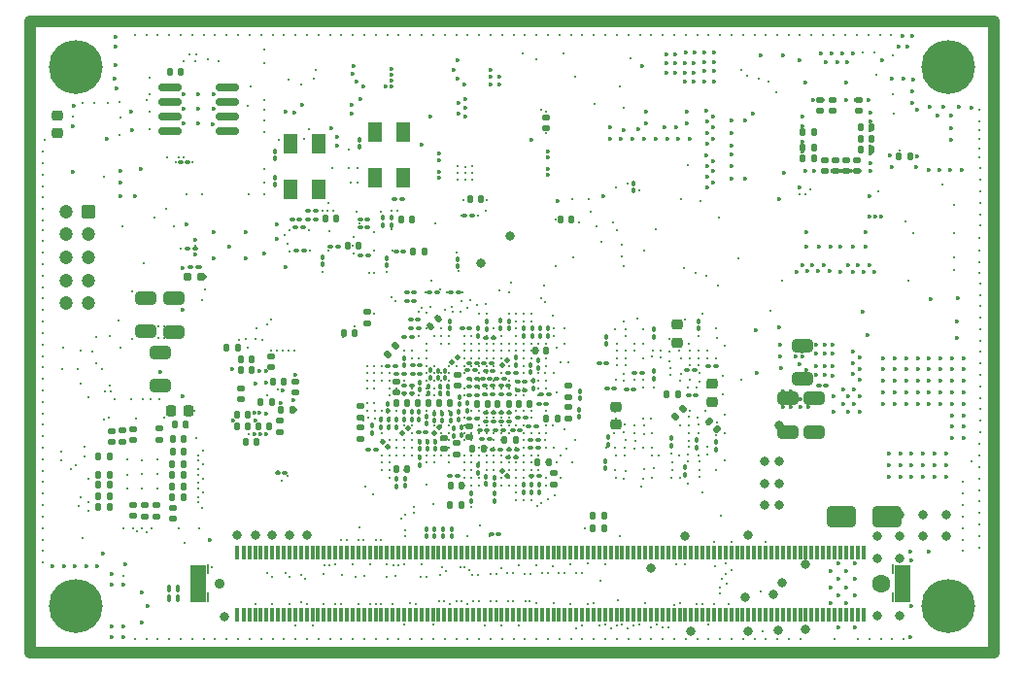
<source format=gbr>
%TF.GenerationSoftware,KiCad,Pcbnew,7.99.0-3958-g1df84f4d92*%
%TF.CreationDate,2023-12-24T01:25:56+01:00*%
%TF.ProjectId,SBC,5342432e-6b69-4636-9164-5f7063625858,rev?*%
%TF.SameCoordinates,Original*%
%TF.FileFunction,Soldermask,Bot*%
%TF.FilePolarity,Negative*%
%FSLAX46Y46*%
G04 Gerber Fmt 4.6, Leading zero omitted, Abs format (unit mm)*
G04 Created by KiCad (PCBNEW 7.99.0-3958-g1df84f4d92) date 2023-12-24 01:25:56*
%MOMM*%
%LPD*%
G01*
G04 APERTURE LIST*
G04 Aperture macros list*
%AMRoundRect*
0 Rectangle with rounded corners*
0 $1 Rounding radius*
0 $2 $3 $4 $5 $6 $7 $8 $9 X,Y pos of 4 corners*
0 Add a 4 corners polygon primitive as box body*
4,1,4,$2,$3,$4,$5,$6,$7,$8,$9,$2,$3,0*
0 Add four circle primitives for the rounded corners*
1,1,$1+$1,$2,$3*
1,1,$1+$1,$4,$5*
1,1,$1+$1,$6,$7*
1,1,$1+$1,$8,$9*
0 Add four rect primitives between the rounded corners*
20,1,$1+$1,$2,$3,$4,$5,0*
20,1,$1+$1,$4,$5,$6,$7,0*
20,1,$1+$1,$6,$7,$8,$9,0*
20,1,$1+$1,$8,$9,$2,$3,0*%
G04 Aperture macros list end*
%ADD10C,1.000000*%
%ADD11RoundRect,0.250000X-0.350000X0.350000X-0.350000X-0.350000X0.350000X-0.350000X0.350000X0.350000X0*%
%ADD12C,1.200000*%
%ADD13C,0.300000*%
%ADD14C,3.100000*%
%ADD15C,4.700000*%
%ADD16RoundRect,0.140000X-0.170000X0.140000X-0.170000X-0.140000X0.170000X-0.140000X0.170000X0.140000X0*%
%ADD17RoundRect,0.100000X0.130000X0.100000X-0.130000X0.100000X-0.130000X-0.100000X0.130000X-0.100000X0*%
%ADD18RoundRect,0.100000X-0.130000X-0.100000X0.130000X-0.100000X0.130000X0.100000X-0.130000X0.100000X0*%
%ADD19RoundRect,0.135000X-0.185000X0.135000X-0.185000X-0.135000X0.185000X-0.135000X0.185000X0.135000X0*%
%ADD20RoundRect,0.140000X0.140000X0.170000X-0.140000X0.170000X-0.140000X-0.170000X0.140000X-0.170000X0*%
%ADD21RoundRect,0.100000X-0.100000X0.130000X-0.100000X-0.130000X0.100000X-0.130000X0.100000X0.130000X0*%
%ADD22RoundRect,0.135000X-0.135000X-0.185000X0.135000X-0.185000X0.135000X0.185000X-0.135000X0.185000X0*%
%ADD23RoundRect,0.100000X0.100000X-0.130000X0.100000X0.130000X-0.100000X0.130000X-0.100000X-0.130000X0*%
%ADD24RoundRect,0.140000X-0.140000X-0.170000X0.140000X-0.170000X0.140000X0.170000X-0.140000X0.170000X0*%
%ADD25C,1.600000*%
%ADD26C,0.900000*%
%ADD27R,1.400000X3.300000*%
%ADD28R,0.250000X0.850000*%
%ADD29R,0.450000X1.200000*%
%ADD30R,0.300000X1.200000*%
%ADD31RoundRect,0.100000X0.021213X0.162635X-0.162635X-0.021213X-0.021213X-0.162635X0.162635X0.021213X0*%
%ADD32RoundRect,0.135000X0.185000X-0.135000X0.185000X0.135000X-0.185000X0.135000X-0.185000X-0.135000X0*%
%ADD33RoundRect,0.140000X0.170000X-0.140000X0.170000X0.140000X-0.170000X0.140000X-0.170000X-0.140000X0*%
%ADD34RoundRect,0.225000X-0.250000X0.225000X-0.250000X-0.225000X0.250000X-0.225000X0.250000X0.225000X0*%
%ADD35RoundRect,0.135000X0.135000X0.185000X-0.135000X0.185000X-0.135000X-0.185000X0.135000X-0.185000X0*%
%ADD36RoundRect,0.100000X-0.100000X0.217500X-0.100000X-0.217500X0.100000X-0.217500X0.100000X0.217500X0*%
%ADD37R,1.200000X1.800000*%
%ADD38RoundRect,0.160000X-0.197500X-0.160000X0.197500X-0.160000X0.197500X0.160000X-0.197500X0.160000X0*%
%ADD39RoundRect,0.150000X0.825000X0.150000X-0.825000X0.150000X-0.825000X-0.150000X0.825000X-0.150000X0*%
%ADD40RoundRect,0.250000X0.650000X-0.325000X0.650000X0.325000X-0.650000X0.325000X-0.650000X-0.325000X0*%
%ADD41RoundRect,0.147500X0.147500X0.172500X-0.147500X0.172500X-0.147500X-0.172500X0.147500X-0.172500X0*%
%ADD42RoundRect,0.100000X-0.021213X-0.162635X0.162635X0.021213X0.021213X0.162635X-0.162635X-0.021213X0*%
%ADD43RoundRect,0.140000X0.021213X-0.219203X0.219203X-0.021213X-0.021213X0.219203X-0.219203X0.021213X0*%
%ADD44RoundRect,0.250000X-1.000000X-0.650000X1.000000X-0.650000X1.000000X0.650000X-1.000000X0.650000X0*%
%ADD45RoundRect,0.250000X-0.650000X0.325000X-0.650000X-0.325000X0.650000X-0.325000X0.650000X0.325000X0*%
%ADD46RoundRect,0.135000X0.226274X0.035355X0.035355X0.226274X-0.226274X-0.035355X-0.035355X-0.226274X0*%
%ADD47RoundRect,0.225000X0.250000X-0.225000X0.250000X0.225000X-0.250000X0.225000X-0.250000X-0.225000X0*%
%ADD48RoundRect,0.100000X-0.162635X0.021213X0.021213X-0.162635X0.162635X-0.021213X-0.021213X0.162635X0*%
%ADD49RoundRect,0.135000X0.035355X-0.226274X0.226274X-0.035355X-0.035355X0.226274X-0.226274X0.035355X0*%
%ADD50RoundRect,0.100000X0.162635X-0.021213X-0.021213X0.162635X-0.162635X0.021213X0.021213X-0.162635X0*%
%ADD51RoundRect,0.218750X-0.218750X-0.256250X0.218750X-0.256250X0.218750X0.256250X-0.218750X0.256250X0*%
%ADD52RoundRect,0.147500X0.172500X-0.147500X0.172500X0.147500X-0.172500X0.147500X-0.172500X-0.147500X0*%
%ADD53C,0.800000*%
%ADD54C,0.360000*%
%TA.AperFunction,Profile*%
%ADD55C,0.100000*%
%TD*%
G04 APERTURE END LIST*
D10*
X57565481Y-77545014D02*
X141565481Y-77545014D01*
X141565481Y-132545014D01*
X57565481Y-132545014D01*
X57565481Y-77545014D01*
D11*
%TO.C,J3*%
X62677481Y-94118014D03*
D12*
X60677481Y-94118014D03*
X62677481Y-96118014D03*
X60677481Y-96118014D03*
X62677481Y-98118014D03*
X60677481Y-98118014D03*
X62677481Y-100118014D03*
X60677481Y-100118014D03*
X62677481Y-102118014D03*
X60677481Y-102118014D03*
%TD*%
D13*
%TO.C,U6*%
X68751281Y-105159014D03*
X69251281Y-105159014D03*
X69751281Y-105159014D03*
X68751281Y-104159014D03*
X69251281Y-104159014D03*
X69751281Y-104159014D03*
%TD*%
D14*
%TO.C,H3*%
X61565481Y-81545014D03*
D15*
X61565481Y-81545014D03*
%TD*%
D14*
%TO.C,H1*%
X137565481Y-81545014D03*
D15*
X137565481Y-81545014D03*
%TD*%
D14*
%TO.C,H2*%
X61565481Y-128545014D03*
D15*
X61565481Y-128545014D03*
%TD*%
D14*
%TO.C,H4*%
X137565481Y-128545014D03*
D15*
X137565481Y-128545014D03*
%TD*%
D16*
%TO.C,C165*%
X93665481Y-113869200D03*
X93665481Y-114829200D03*
%TD*%
D17*
%TO.C,C137*%
X71935481Y-97395014D03*
X71295481Y-97395014D03*
%TD*%
%TO.C,C215*%
X97913495Y-112433020D03*
X97273495Y-112433020D03*
%TD*%
D18*
%TO.C,C295*%
X86339081Y-95495214D03*
X86979081Y-95495214D03*
%TD*%
D19*
%TO.C,R36*%
X86320000Y-111080400D03*
X86320000Y-112100400D03*
%TD*%
D20*
%TO.C,C5*%
X125873462Y-88557528D03*
X124913462Y-88557528D03*
%TD*%
D21*
%TO.C,C180*%
X110165481Y-91675014D03*
X110165481Y-92315014D03*
%TD*%
D22*
%TO.C,R62*%
X106610000Y-121730400D03*
X107630000Y-121730400D03*
%TD*%
D18*
%TO.C,C160*%
X98201881Y-108695014D03*
X98841881Y-108695014D03*
%TD*%
D23*
%TO.C,C240*%
X101315481Y-104943790D03*
X101315481Y-104303790D03*
%TD*%
D19*
%TO.C,R73*%
X79343881Y-112358814D03*
X79343881Y-113378814D03*
%TD*%
D24*
%TO.C,C283*%
X77445000Y-112825000D03*
X78405000Y-112825000D03*
%TD*%
D17*
%TO.C,C184*%
X99882281Y-115561214D03*
X99242281Y-115561214D03*
%TD*%
D16*
%TO.C,C10*%
X129643462Y-89627528D03*
X129643462Y-90587528D03*
%TD*%
D23*
%TO.C,C245*%
X92068000Y-112619200D03*
X92068000Y-111979200D03*
%TD*%
%TO.C,C197*%
X99921405Y-107494585D03*
X99921405Y-106854585D03*
%TD*%
D25*
%TO.C,J1*%
X131765481Y-126545014D03*
D26*
X74065481Y-126545014D03*
D27*
X133615481Y-126545014D03*
D28*
X132790481Y-125320014D03*
X132790481Y-127770014D03*
D27*
X72215481Y-126545014D03*
D28*
X73040481Y-125320014D03*
X73040481Y-127770014D03*
D29*
X75590481Y-123845014D03*
D30*
X76165481Y-123845014D03*
X76665481Y-123845014D03*
X77165481Y-123845014D03*
X77665481Y-123845014D03*
X78165481Y-123845014D03*
X78665481Y-123845014D03*
X79165481Y-123845014D03*
X79665481Y-123845014D03*
X80165481Y-123845014D03*
X80665481Y-123845014D03*
X81165481Y-123845014D03*
X81665481Y-123845014D03*
X82165481Y-123845014D03*
X82665481Y-123845014D03*
X83165481Y-123845014D03*
X83665481Y-123845014D03*
X84165481Y-123845014D03*
X84665481Y-123845014D03*
X85165481Y-123845014D03*
X85665481Y-123845014D03*
X86165481Y-123845014D03*
X86665481Y-123845014D03*
X87165481Y-123845014D03*
X87665481Y-123845014D03*
X88165481Y-123845014D03*
X88665481Y-123845014D03*
X89165481Y-123845014D03*
X89665481Y-123845014D03*
X90165481Y-123845014D03*
X90665481Y-123845014D03*
X91165481Y-123845014D03*
X91665481Y-123845014D03*
X92165481Y-123845014D03*
X92665481Y-123845014D03*
X93165481Y-123845014D03*
X93665481Y-123845014D03*
X94165481Y-123845014D03*
X94665481Y-123845014D03*
X95165481Y-123845014D03*
X95665481Y-123845014D03*
X96165481Y-123845014D03*
X96665481Y-123845014D03*
X97165481Y-123845014D03*
X97665481Y-123845014D03*
X98165481Y-123845014D03*
X98665481Y-123845014D03*
X99165481Y-123845014D03*
X99665481Y-123845014D03*
X100165481Y-123845014D03*
X100665481Y-123845014D03*
X101165481Y-123845014D03*
X101665481Y-123845014D03*
X102165481Y-123845014D03*
X102665481Y-123845014D03*
X103165481Y-123845014D03*
X103665481Y-123845014D03*
X104165481Y-123845014D03*
X104665481Y-123845014D03*
X105165481Y-123845014D03*
X105665481Y-123845014D03*
X106165481Y-123845014D03*
X106665481Y-123845014D03*
X107165481Y-123845014D03*
X107665481Y-123845014D03*
X108165481Y-123845014D03*
X108665481Y-123845014D03*
X109165481Y-123845014D03*
X109665481Y-123845014D03*
X110165481Y-123845014D03*
X110665481Y-123845014D03*
X111165481Y-123845014D03*
X111665481Y-123845014D03*
X112165481Y-123845014D03*
X112665481Y-123845014D03*
X113165481Y-123845014D03*
X113665481Y-123845014D03*
X114165481Y-123845014D03*
X114665481Y-123845014D03*
X115165481Y-123845014D03*
X115665481Y-123845014D03*
X116165481Y-123845014D03*
X116665481Y-123845014D03*
X117165481Y-123845014D03*
X117665481Y-123845014D03*
X118165481Y-123845014D03*
X118665481Y-123845014D03*
X119165481Y-123845014D03*
X119665481Y-123845014D03*
X120165481Y-123845014D03*
X120665481Y-123845014D03*
X121165481Y-123845014D03*
X121665481Y-123845014D03*
X122165481Y-123845014D03*
X122665481Y-123845014D03*
X123165481Y-123845014D03*
X123665481Y-123845014D03*
X124165481Y-123845014D03*
X124665481Y-123845014D03*
X125165481Y-123845014D03*
X125665481Y-123845014D03*
X126165481Y-123845014D03*
X126665481Y-123845014D03*
X127165481Y-123845014D03*
X127665481Y-123845014D03*
X128165481Y-123845014D03*
X128665481Y-123845014D03*
X129165481Y-123845014D03*
X129665481Y-123845014D03*
D29*
X130240481Y-123845014D03*
X75590481Y-129245014D03*
D30*
X76165481Y-129245014D03*
X76665481Y-129245014D03*
X77165481Y-129245014D03*
X77665481Y-129245014D03*
X78165481Y-129245014D03*
X78665481Y-129245014D03*
X79165481Y-129245014D03*
X79665481Y-129245014D03*
X80165481Y-129245014D03*
X80665481Y-129245014D03*
X81165481Y-129245014D03*
X81665481Y-129245014D03*
X82165481Y-129245014D03*
X82665481Y-129245014D03*
X83165481Y-129245014D03*
X83665481Y-129245014D03*
X84165481Y-129245014D03*
X84665481Y-129245014D03*
X85165481Y-129245014D03*
X85665481Y-129245014D03*
X86165481Y-129245014D03*
X86665481Y-129245014D03*
X87165481Y-129245014D03*
X87665481Y-129245014D03*
X88165481Y-129245014D03*
X88665481Y-129245014D03*
X89165481Y-129245014D03*
X89665481Y-129245014D03*
X90165481Y-129245014D03*
X90665481Y-129245014D03*
X91165481Y-129245014D03*
X91665481Y-129245014D03*
X92165481Y-129245014D03*
X92665481Y-129245014D03*
X93165481Y-129245014D03*
X93665481Y-129245014D03*
X94165481Y-129245014D03*
X94665481Y-129245014D03*
X95165481Y-129245014D03*
X95665481Y-129245014D03*
X96165481Y-129245014D03*
X96665481Y-129245014D03*
X97165481Y-129245014D03*
X97665481Y-129245014D03*
X98165481Y-129245014D03*
X98665481Y-129245014D03*
X99165481Y-129245014D03*
X99665481Y-129245014D03*
X100165481Y-129245014D03*
X100665481Y-129245014D03*
X101165481Y-129245014D03*
X101665481Y-129245014D03*
X102165481Y-129245014D03*
X102665481Y-129245014D03*
X103165481Y-129245014D03*
X103665481Y-129245014D03*
X104165481Y-129245014D03*
X104665481Y-129245014D03*
X105165481Y-129245014D03*
X105665481Y-129245014D03*
X106165481Y-129245014D03*
X106665481Y-129245014D03*
X107165481Y-129245014D03*
X107665481Y-129245014D03*
X108165481Y-129245014D03*
X108665481Y-129245014D03*
X109165481Y-129245014D03*
X109665481Y-129245014D03*
X110165481Y-129245014D03*
X110665481Y-129245014D03*
X111165481Y-129245014D03*
X111665481Y-129245014D03*
X112165481Y-129245014D03*
X112665481Y-129245014D03*
X113165481Y-129245014D03*
X113665481Y-129245014D03*
X114165481Y-129245014D03*
X114665481Y-129245014D03*
X115165481Y-129245014D03*
X115665481Y-129245014D03*
X116165481Y-129245014D03*
X116665481Y-129245014D03*
X117165481Y-129245014D03*
X117665481Y-129245014D03*
X118165481Y-129245014D03*
X118665481Y-129245014D03*
X119165481Y-129245014D03*
X119665481Y-129245014D03*
X120165481Y-129245014D03*
X120665481Y-129245014D03*
X121165481Y-129245014D03*
X121665481Y-129245014D03*
X122165481Y-129245014D03*
X122665481Y-129245014D03*
X123165481Y-129245014D03*
X123665481Y-129245014D03*
X124165481Y-129245014D03*
X124665481Y-129245014D03*
X125165481Y-129245014D03*
X125665481Y-129245014D03*
X126165481Y-129245014D03*
X126665481Y-129245014D03*
X127165481Y-129245014D03*
X127665481Y-129245014D03*
X128165481Y-129245014D03*
X128665481Y-129245014D03*
X129165481Y-129245014D03*
X129665481Y-129245014D03*
D29*
X130240481Y-129245014D03*
%TD*%
D23*
%TO.C,C207*%
X101167910Y-108138475D03*
X101167910Y-107498475D03*
%TD*%
D31*
%TO.C,C192*%
X90478755Y-113016740D03*
X90026207Y-113469288D03*
%TD*%
D17*
%TO.C,C221*%
X96479681Y-107376614D03*
X95839681Y-107376614D03*
%TD*%
D19*
%TO.C,R37*%
X86920000Y-102845400D03*
X86920000Y-103865400D03*
%TD*%
D20*
%TO.C,C330*%
X70900000Y-116180400D03*
X69940000Y-116180400D03*
%TD*%
D21*
%TO.C,C214*%
X92865481Y-114175014D03*
X92865481Y-114815014D03*
%TD*%
D18*
%TO.C,C210*%
X95855921Y-110113683D03*
X96495921Y-110113683D03*
%TD*%
D17*
%TO.C,C117*%
X91535481Y-107545014D03*
X90895481Y-107545014D03*
%TD*%
D21*
%TO.C,C124*%
X98015481Y-118725014D03*
X98015481Y-119365014D03*
%TD*%
D17*
%TO.C,C226*%
X93015481Y-101135014D03*
X92375481Y-101135014D03*
%TD*%
D18*
%TO.C,C275*%
X71530881Y-99000414D03*
X72170881Y-99000414D03*
%TD*%
D17*
%TO.C,C185*%
X100695430Y-108982430D03*
X100055430Y-108982430D03*
%TD*%
D32*
%TO.C,R96*%
X68547981Y-120715414D03*
X68547981Y-119695414D03*
%TD*%
D23*
%TO.C,C254*%
X105480400Y-110406800D03*
X105480400Y-109766800D03*
%TD*%
D22*
%TO.C,R71*%
X133288462Y-89325028D03*
X134308462Y-89325028D03*
%TD*%
D24*
%TO.C,C212*%
X84885481Y-104695014D03*
X85845481Y-104695014D03*
%TD*%
D33*
%TO.C,C12*%
X129793462Y-85350028D03*
X129793462Y-84390028D03*
%TD*%
D18*
%TO.C,C112*%
X90175481Y-105045014D03*
X90815481Y-105045014D03*
%TD*%
D23*
%TO.C,C182*%
X94515481Y-113665014D03*
X94515481Y-113025014D03*
%TD*%
D17*
%TO.C,C88*%
X91043081Y-101896014D03*
X90403081Y-101896014D03*
%TD*%
D18*
%TO.C,C208*%
X101285425Y-117212665D03*
X101925425Y-117212665D03*
%TD*%
D24*
%TO.C,C333*%
X63515000Y-115455400D03*
X64475000Y-115455400D03*
%TD*%
D17*
%TO.C,C177*%
X101826365Y-114026235D03*
X101186365Y-114026235D03*
%TD*%
D34*
%TO.C,C255*%
X108637513Y-111151881D03*
X108637513Y-112701881D03*
%TD*%
D18*
%TO.C,C122*%
X89495481Y-108295014D03*
X90135481Y-108295014D03*
%TD*%
D23*
%TO.C,C249*%
X100615481Y-104943790D03*
X100615481Y-104303790D03*
%TD*%
%TO.C,C201*%
X94191800Y-112362632D03*
X94191800Y-111722632D03*
%TD*%
%TO.C,C266*%
X111883000Y-105024200D03*
X111883000Y-104384200D03*
%TD*%
D17*
%TO.C,C89*%
X91043081Y-101159414D03*
X90403081Y-101159414D03*
%TD*%
D21*
%TO.C,C264*%
X114620000Y-116410400D03*
X114620000Y-117050400D03*
%TD*%
D23*
%TO.C,C233*%
X94903000Y-112265014D03*
X94903000Y-111625014D03*
%TD*%
D21*
%TO.C,C189*%
X96015481Y-118700014D03*
X96015481Y-119340014D03*
%TD*%
D23*
%TO.C,C161*%
X90865481Y-112265014D03*
X90865481Y-111625014D03*
%TD*%
D19*
%TO.C,R69*%
X104464400Y-111151600D03*
X104464400Y-112171600D03*
%TD*%
D35*
%TO.C,R74*%
X78609281Y-110735214D03*
X77589281Y-110735214D03*
%TD*%
D17*
%TO.C,C219*%
X96489301Y-112193369D03*
X95849301Y-112193369D03*
%TD*%
%TO.C,C71*%
X98397481Y-122268014D03*
X97757481Y-122268014D03*
%TD*%
D33*
%TO.C,C202*%
X94812400Y-109327600D03*
X94812400Y-108367600D03*
%TD*%
D20*
%TO.C,C158*%
X102547705Y-106274790D03*
X101587705Y-106274790D03*
%TD*%
D36*
%TO.C,R99*%
X70403081Y-127015514D03*
X70403081Y-127830514D03*
%TD*%
D17*
%TO.C,C196*%
X99955481Y-114865014D03*
X99315481Y-114865014D03*
%TD*%
D21*
%TO.C,C116*%
X88115481Y-112300014D03*
X88115481Y-112940014D03*
%TD*%
D17*
%TO.C,C234*%
X90820000Y-109300000D03*
X90180000Y-109300000D03*
%TD*%
D18*
%TO.C,C134*%
X95700481Y-107970014D03*
X96340481Y-107970014D03*
%TD*%
D24*
%TO.C,C280*%
X78720000Y-108930400D03*
X79680000Y-108930400D03*
%TD*%
D23*
%TO.C,C188*%
X102015481Y-104952045D03*
X102015481Y-104312045D03*
%TD*%
D17*
%TO.C,C205*%
X99894695Y-108189414D03*
X99254695Y-108189414D03*
%TD*%
%TO.C,C174*%
X97863965Y-110047325D03*
X97223965Y-110047325D03*
%TD*%
D19*
%TO.C,R70*%
X104464400Y-109272000D03*
X104464400Y-110292000D03*
%TD*%
D16*
%TO.C,C284*%
X75920000Y-109550400D03*
X75920000Y-110510400D03*
%TD*%
D36*
%TO.C,R98*%
X69691881Y-127015514D03*
X69691881Y-127830514D03*
%TD*%
D18*
%TO.C,C127*%
X94145481Y-117195014D03*
X94785481Y-117195014D03*
%TD*%
D21*
%TO.C,C298*%
X89046681Y-94682414D03*
X89046681Y-95322414D03*
%TD*%
D17*
%TO.C,C236*%
X92038000Y-113374200D03*
X91398000Y-113374200D03*
%TD*%
D21*
%TO.C,C176*%
X101250460Y-117957560D03*
X101250460Y-118597560D03*
%TD*%
D17*
%TO.C,C247*%
X100695430Y-109684105D03*
X100055430Y-109684105D03*
%TD*%
D16*
%TO.C,C7*%
X126793462Y-89627528D03*
X126793462Y-90587528D03*
%TD*%
D37*
%TO.C,Y4*%
X80277481Y-92212014D03*
X80277481Y-88212014D03*
X82677481Y-88212014D03*
X82677481Y-92212014D03*
%TD*%
D18*
%TO.C,C303*%
X80801881Y-97527214D03*
X81441881Y-97527214D03*
%TD*%
D33*
%TO.C,C133*%
X95865481Y-113825014D03*
X95865481Y-112865014D03*
%TD*%
D21*
%TO.C,C232*%
X92769400Y-111724400D03*
X92769400Y-112364400D03*
%TD*%
D20*
%TO.C,C6*%
X125873462Y-89507528D03*
X124913462Y-89507528D03*
%TD*%
D23*
%TO.C,C150*%
X90165481Y-112265014D03*
X90165481Y-111625014D03*
%TD*%
D37*
%TO.C,Y3*%
X87643481Y-91196014D03*
X87643481Y-87196014D03*
X90043481Y-87196014D03*
X90043481Y-91196014D03*
%TD*%
D38*
%TO.C,C274*%
X71278781Y-99838614D03*
X72473781Y-99838614D03*
%TD*%
D21*
%TO.C,C200*%
X94815481Y-98275014D03*
X94815481Y-98915014D03*
%TD*%
D39*
%TO.C,U18*%
X74727481Y-83268014D03*
X74727481Y-84538014D03*
X74727481Y-85808014D03*
X74727481Y-87078014D03*
X69777481Y-87078014D03*
X69777481Y-85808014D03*
X69777481Y-84538014D03*
X69777481Y-83268014D03*
%TD*%
D23*
%TO.C,C305*%
X83052281Y-98726014D03*
X83052281Y-98086014D03*
%TD*%
D21*
%TO.C,C213*%
X91535800Y-109004800D03*
X91535800Y-109644800D03*
%TD*%
D24*
%TO.C,C282*%
X79450000Y-111425000D03*
X80410000Y-111425000D03*
%TD*%
D33*
%TO.C,C2*%
X127493462Y-85350028D03*
X127493462Y-84390028D03*
%TD*%
D20*
%TO.C,C323*%
X70950000Y-113980400D03*
X69990000Y-113980400D03*
%TD*%
D40*
%TO.C,C41*%
X125893462Y-113345028D03*
X125893462Y-110395028D03*
%TD*%
D18*
%TO.C,C186*%
X97134000Y-107369000D03*
X97774000Y-107369000D03*
%TD*%
D17*
%TO.C,C302*%
X84388281Y-97222414D03*
X83748281Y-97222414D03*
%TD*%
D21*
%TO.C,C139*%
X91515481Y-115575014D03*
X91515481Y-116215014D03*
%TD*%
D20*
%TO.C,C320*%
X71100000Y-112692900D03*
X70140000Y-112692900D03*
%TD*%
D21*
%TO.C,C114*%
X87370281Y-112777414D03*
X87370281Y-113417414D03*
%TD*%
D24*
%TO.C,C13*%
X129913462Y-88707528D03*
X130873462Y-88707528D03*
%TD*%
D23*
%TO.C,C299*%
X88640281Y-98812414D03*
X88640281Y-98172414D03*
%TD*%
D17*
%TO.C,C307*%
X82457881Y-94072814D03*
X81817881Y-94072814D03*
%TD*%
D23*
%TO.C,C262*%
X107670000Y-116525400D03*
X107670000Y-115885400D03*
%TD*%
D18*
%TO.C,C304*%
X86339081Y-94784014D03*
X86979081Y-94784014D03*
%TD*%
D21*
%TO.C,C93*%
X94279081Y-121819814D03*
X94279081Y-122459814D03*
%TD*%
D18*
%TO.C,C297*%
X80395481Y-94784014D03*
X81035481Y-94784014D03*
%TD*%
D41*
%TO.C,FB6*%
X84248481Y-94733214D03*
X83278481Y-94733214D03*
%TD*%
D24*
%TO.C,C329*%
X63515000Y-118980400D03*
X64475000Y-118980400D03*
%TD*%
D20*
%TO.C,C190*%
X92273683Y-110847139D03*
X91313683Y-110847139D03*
%TD*%
D21*
%TO.C,C115*%
X89515481Y-112275014D03*
X89515481Y-112915014D03*
%TD*%
D42*
%TO.C,C195*%
X92789207Y-113421288D03*
X93241755Y-112968740D03*
%TD*%
D43*
%TO.C,C170*%
X92466470Y-104165825D03*
X93145292Y-103487003D03*
%TD*%
D20*
%TO.C,C335*%
X70950000Y-115080400D03*
X69990000Y-115080400D03*
%TD*%
D42*
%TO.C,C138*%
X94339207Y-107296288D03*
X94791755Y-106843740D03*
%TD*%
D21*
%TO.C,C179*%
X95684181Y-110840157D03*
X95684181Y-111480157D03*
%TD*%
D23*
%TO.C,C252*%
X113415481Y-114515014D03*
X113415481Y-113875014D03*
%TD*%
%TO.C,C171*%
X95115481Y-113615014D03*
X95115481Y-112975014D03*
%TD*%
D17*
%TO.C,C216*%
X99292080Y-111698325D03*
X98652080Y-111698325D03*
%TD*%
D44*
%TO.C,D1*%
X128246481Y-120762414D03*
X132246481Y-120762414D03*
%TD*%
D33*
%TO.C,C154*%
X102515481Y-86875014D03*
X102515481Y-85915014D03*
%TD*%
D23*
%TO.C,C253*%
X105378800Y-112032400D03*
X105378800Y-111392400D03*
%TD*%
D33*
%TO.C,C332*%
X66520000Y-120665414D03*
X66520000Y-119705414D03*
%TD*%
D16*
%TO.C,C328*%
X65620000Y-113212900D03*
X65620000Y-114172900D03*
%TD*%
D45*
%TO.C,C67*%
X68929881Y-106390014D03*
X68929881Y-109340014D03*
%TD*%
D17*
%TO.C,FB2*%
X97648081Y-108722814D03*
X97008081Y-108722814D03*
%TD*%
D18*
%TO.C,C237*%
X98635570Y-110063835D03*
X99275570Y-110063835D03*
%TD*%
D21*
%TO.C,C92*%
X93567881Y-121819814D03*
X93567881Y-122459814D03*
%TD*%
D24*
%TO.C,C155*%
X98326980Y-110881080D03*
X99286980Y-110881080D03*
%TD*%
D21*
%TO.C,R56*%
X96565000Y-104331200D03*
X96565000Y-104971200D03*
%TD*%
D23*
%TO.C,C218*%
X102715481Y-104952045D03*
X102715481Y-104312045D03*
%TD*%
D20*
%TO.C,C279*%
X76530000Y-111875000D03*
X75570000Y-111875000D03*
%TD*%
D21*
%TO.C,C91*%
X92780481Y-121819814D03*
X92780481Y-122459814D03*
%TD*%
D33*
%TO.C,C15*%
X126368462Y-85380028D03*
X126368462Y-84420028D03*
%TD*%
D23*
%TO.C,C145*%
X89515481Y-118065014D03*
X89515481Y-117425014D03*
%TD*%
D17*
%TO.C,C220*%
X97385175Y-113208990D03*
X96745175Y-113208990D03*
%TD*%
D33*
%TO.C,C325*%
X69970000Y-120910400D03*
X69970000Y-119950400D03*
%TD*%
D21*
%TO.C,C152*%
X97377800Y-103747000D03*
X97377800Y-104387000D03*
%TD*%
D16*
%TO.C,C318*%
X64670000Y-113250400D03*
X64670000Y-114210400D03*
%TD*%
D17*
%TO.C,C230*%
X101834620Y-114723014D03*
X101194620Y-114723014D03*
%TD*%
D18*
%TO.C,C231*%
X88745481Y-107570014D03*
X89385481Y-107570014D03*
%TD*%
D35*
%TO.C,R34*%
X103528281Y-112136614D03*
X102508281Y-112136614D03*
%TD*%
D16*
%TO.C,C151*%
X94715481Y-114315014D03*
X94715481Y-115275014D03*
%TD*%
D23*
%TO.C,C263*%
X115673000Y-114694200D03*
X115673000Y-114054200D03*
%TD*%
D24*
%TO.C,C168*%
X100151335Y-110917414D03*
X101111335Y-110917414D03*
%TD*%
D32*
%TO.C,R38*%
X86320000Y-113950400D03*
X86320000Y-112930400D03*
%TD*%
D45*
%TO.C,C43*%
X124878462Y-105795028D03*
X124878462Y-108745028D03*
%TD*%
D18*
%TO.C,C87*%
X101909200Y-110950400D03*
X102549200Y-110950400D03*
%TD*%
D21*
%TO.C,C120*%
X88690481Y-110875014D03*
X88690481Y-111515014D03*
%TD*%
D23*
%TO.C,C224*%
X93999600Y-110000400D03*
X93999600Y-109360400D03*
%TD*%
D20*
%TO.C,C331*%
X70900000Y-118080400D03*
X69940000Y-118080400D03*
%TD*%
D21*
%TO.C,C90*%
X92069281Y-121819814D03*
X92069281Y-122459814D03*
%TD*%
D18*
%TO.C,C227*%
X98660335Y-112424765D03*
X99300335Y-112424765D03*
%TD*%
D24*
%TO.C,C285*%
X76370000Y-114225000D03*
X77330000Y-114225000D03*
%TD*%
D18*
%TO.C,C293*%
X86389881Y-97984414D03*
X87029881Y-97984414D03*
%TD*%
D22*
%TO.C,R63*%
X113032863Y-110064729D03*
X114052863Y-110064729D03*
%TD*%
D17*
%TO.C,C241*%
X96479681Y-108672014D03*
X95839681Y-108672014D03*
%TD*%
D21*
%TO.C,C203*%
X93741052Y-108000546D03*
X93741052Y-108640546D03*
%TD*%
D35*
%TO.C,R72*%
X75680000Y-105992900D03*
X74660000Y-105992900D03*
%TD*%
D20*
%TO.C,C130*%
X104745481Y-94845014D03*
X103785481Y-94845014D03*
%TD*%
%TO.C,C334*%
X70900000Y-117130400D03*
X69940000Y-117130400D03*
%TD*%
D24*
%TO.C,C178*%
X93189481Y-110864632D03*
X94149481Y-110864632D03*
%TD*%
D21*
%TO.C,C217*%
X101416400Y-108903200D03*
X101416400Y-109543200D03*
%TD*%
D18*
%TO.C,C239*%
X101037775Y-112821005D03*
X101677775Y-112821005D03*
%TD*%
D23*
%TO.C,C261*%
X107765481Y-105665014D03*
X107765481Y-105025014D03*
%TD*%
D21*
%TO.C,C268*%
X117370000Y-114210400D03*
X117370000Y-114850400D03*
%TD*%
D40*
%TO.C,C36*%
X123593462Y-113345028D03*
X123593462Y-110395028D03*
%TD*%
D18*
%TO.C,C259*%
X109543000Y-109614200D03*
X110183000Y-109614200D03*
%TD*%
D46*
%TO.C,R33*%
X117430624Y-113141024D03*
X116709376Y-112419776D03*
%TD*%
D23*
%TO.C,C125*%
X90165481Y-107540014D03*
X90165481Y-106900014D03*
%TD*%
D16*
%TO.C,C9*%
X128693462Y-89627528D03*
X128693462Y-90587528D03*
%TD*%
D47*
%TO.C,C256*%
X113989400Y-105553200D03*
X113989400Y-104003200D03*
%TD*%
D24*
%TO.C,C276*%
X75945000Y-107925000D03*
X76905000Y-107925000D03*
%TD*%
D17*
%TO.C,C294*%
X90113481Y-97578014D03*
X89473481Y-97578014D03*
%TD*%
%TO.C,C270*%
X117303000Y-107624200D03*
X116663000Y-107624200D03*
%TD*%
%TO.C,C243*%
X90830000Y-110002538D03*
X90190000Y-110002538D03*
%TD*%
D45*
%TO.C,C66*%
X70098281Y-101665614D03*
X70098281Y-104615614D03*
%TD*%
D24*
%TO.C,C157*%
X101789481Y-116023945D03*
X102749481Y-116023945D03*
%TD*%
D23*
%TO.C,C301*%
X78937481Y-91802014D03*
X78937481Y-91162014D03*
%TD*%
D17*
%TO.C,C113*%
X91385481Y-103545014D03*
X90745481Y-103545014D03*
%TD*%
D23*
%TO.C,C209*%
X94951837Y-110927400D03*
X94951837Y-110287400D03*
%TD*%
D18*
%TO.C,C292*%
X89310881Y-93006014D03*
X89950881Y-93006014D03*
%TD*%
D23*
%TO.C,C225*%
X91472481Y-112238014D03*
X91472481Y-111598014D03*
%TD*%
D47*
%TO.C,C267*%
X117020000Y-110705400D03*
X117020000Y-109155400D03*
%TD*%
D48*
%TO.C,C146*%
X98675607Y-116731940D03*
X99128155Y-117184488D03*
%TD*%
D21*
%TO.C,C119*%
X88815481Y-112275014D03*
X88815481Y-112915014D03*
%TD*%
%TO.C,C250*%
X93480600Y-111725742D03*
X93480600Y-112365742D03*
%TD*%
D23*
%TO.C,C135*%
X98565481Y-104273414D03*
X98565481Y-103633414D03*
%TD*%
D18*
%TO.C,C167*%
X97905481Y-114875014D03*
X98545481Y-114875014D03*
%TD*%
D17*
%TO.C,C136*%
X87695481Y-114905014D03*
X87055481Y-114905014D03*
%TD*%
D35*
%TO.C,R40*%
X95180000Y-119692900D03*
X94160000Y-119692900D03*
%TD*%
D18*
%TO.C,C123*%
X90895481Y-108270014D03*
X91535481Y-108270014D03*
%TD*%
D20*
%TO.C,C4*%
X125873462Y-87207528D03*
X124913462Y-87207528D03*
%TD*%
D21*
%TO.C,C248*%
X101869585Y-107118745D03*
X101869585Y-107758745D03*
%TD*%
D49*
%TO.C,R39*%
X88720000Y-106580400D03*
X89441248Y-105859152D03*
%TD*%
D18*
%TO.C,C229*%
X100071940Y-112127585D03*
X100711940Y-112127585D03*
%TD*%
D24*
%TO.C,C337*%
X63515000Y-117970400D03*
X64475000Y-117970400D03*
%TD*%
D21*
%TO.C,C271*%
X107918881Y-113808614D03*
X107918881Y-114448614D03*
%TD*%
D41*
%TO.C,FB4*%
X90875481Y-94799214D03*
X89905481Y-94799214D03*
%TD*%
D24*
%TO.C,C129*%
X96124800Y-114787600D03*
X97084800Y-114787600D03*
%TD*%
D21*
%TO.C,C187*%
X100548785Y-117957560D03*
X100548785Y-118597560D03*
%TD*%
D23*
%TO.C,C265*%
X111933000Y-108704200D03*
X111933000Y-108064200D03*
%TD*%
D21*
%TO.C,C147*%
X96590481Y-116275014D03*
X96590481Y-116915014D03*
%TD*%
D24*
%TO.C,C3*%
X129913462Y-86807528D03*
X130873462Y-86807528D03*
%TD*%
D23*
%TO.C,C244*%
X92265481Y-110015014D03*
X92265481Y-109375014D03*
%TD*%
D17*
%TO.C,C308*%
X82457881Y-94784014D03*
X81817881Y-94784014D03*
%TD*%
%TO.C,C251*%
X96085481Y-94495014D03*
X95445481Y-94495014D03*
%TD*%
D21*
%TO.C,C183*%
X92215481Y-114175014D03*
X92215481Y-114815014D03*
%TD*%
D18*
%TO.C,C242*%
X95828870Y-109378670D03*
X96468870Y-109378670D03*
%TD*%
%TO.C,C258*%
X114963000Y-110124200D03*
X115603000Y-110124200D03*
%TD*%
D17*
%TO.C,C238*%
X100274425Y-113225500D03*
X99634425Y-113225500D03*
%TD*%
D33*
%TO.C,C169*%
X103158481Y-117903014D03*
X103158481Y-116943014D03*
%TD*%
D24*
%TO.C,C140*%
X94210481Y-118020014D03*
X95170481Y-118020014D03*
%TD*%
%TO.C,C338*%
X63515000Y-119905400D03*
X64475000Y-119905400D03*
%TD*%
D18*
%TO.C,C257*%
X107833000Y-109514200D03*
X108473000Y-109514200D03*
%TD*%
D24*
%TO.C,C310*%
X69767481Y-81968014D03*
X70727481Y-81968014D03*
%TD*%
D17*
%TO.C,C143*%
X79775481Y-116946014D03*
X79135481Y-116946014D03*
%TD*%
D18*
%TO.C,C273*%
X110233000Y-108169814D03*
X110873000Y-108169814D03*
%TD*%
%TO.C,C206*%
X97273495Y-111706580D03*
X97913495Y-111706580D03*
%TD*%
%TO.C,C222*%
X95225481Y-104335014D03*
X95865481Y-104335014D03*
%TD*%
D23*
%TO.C,C128*%
X90255481Y-118055014D03*
X90255481Y-117415014D03*
%TD*%
D18*
%TO.C,C269*%
X107143000Y-107384200D03*
X107783000Y-107384200D03*
%TD*%
D16*
%TO.C,C336*%
X68824519Y-113050400D03*
X68824519Y-114010400D03*
%TD*%
D18*
%TO.C,C306*%
X80700281Y-95495214D03*
X81340281Y-95495214D03*
%TD*%
D34*
%TO.C,C289*%
X59965481Y-85745014D03*
X59965481Y-87295014D03*
%TD*%
D18*
%TO.C,C198*%
X102112400Y-110036000D03*
X102752400Y-110036000D03*
%TD*%
D17*
%TO.C,R55*%
X97941600Y-105159200D03*
X97301600Y-105159200D03*
%TD*%
D21*
%TO.C,C164*%
X99265481Y-103690400D03*
X99265481Y-104330400D03*
%TD*%
D16*
%TO.C,C8*%
X127743462Y-89627528D03*
X127743462Y-90587528D03*
%TD*%
D20*
%TO.C,C193*%
X90426706Y-110837857D03*
X89466706Y-110837857D03*
%TD*%
D23*
%TO.C,C204*%
X91515481Y-114815014D03*
X91515481Y-114175014D03*
%TD*%
D32*
%TO.C,R97*%
X67547981Y-120715414D03*
X67547981Y-119695414D03*
%TD*%
D18*
%TO.C,C163*%
X96959805Y-113968450D03*
X97599805Y-113968450D03*
%TD*%
D21*
%TO.C,C126*%
X98065481Y-117325014D03*
X98065481Y-117965014D03*
%TD*%
D17*
%TO.C,C144*%
X71295481Y-89835014D03*
X70655481Y-89835014D03*
%TD*%
D20*
%TO.C,C166*%
X97446115Y-110914100D03*
X96486115Y-110914100D03*
%TD*%
D17*
%TO.C,C228*%
X99259060Y-109329140D03*
X98619060Y-109329140D03*
%TD*%
%TO.C,C121*%
X91410481Y-104295014D03*
X90770481Y-104295014D03*
%TD*%
D24*
%TO.C,C322*%
X63515000Y-117050400D03*
X64475000Y-117050400D03*
%TD*%
D18*
%TO.C,C131*%
X97235600Y-108054800D03*
X97875600Y-108054800D03*
%TD*%
D24*
%TO.C,C11*%
X129913462Y-87807528D03*
X130873462Y-87807528D03*
%TD*%
D18*
%TO.C,C175*%
X97190945Y-109329140D03*
X97830945Y-109329140D03*
%TD*%
D20*
%TO.C,C156*%
X99856575Y-114042745D03*
X98896575Y-114042745D03*
%TD*%
D18*
%TO.C,C272*%
X114833000Y-107934200D03*
X115473000Y-107934200D03*
%TD*%
D23*
%TO.C,C181*%
X94126681Y-104340014D03*
X94126681Y-103700014D03*
%TD*%
D17*
%TO.C,C47*%
X126913462Y-109270028D03*
X126273462Y-109270028D03*
%TD*%
D21*
%TO.C,C223*%
X93288400Y-109378119D03*
X93288400Y-110018119D03*
%TD*%
D23*
%TO.C,C291*%
X86237881Y-88500014D03*
X86237881Y-87860014D03*
%TD*%
D50*
%TO.C,C142*%
X88741755Y-114646288D03*
X88289207Y-114193740D03*
%TD*%
D20*
%TO.C,C324*%
X70900000Y-119030400D03*
X69940000Y-119030400D03*
%TD*%
D51*
%TO.C,FB7*%
X69832500Y-111492900D03*
X71407500Y-111492900D03*
%TD*%
D23*
%TO.C,C300*%
X78937481Y-89516014D03*
X78937481Y-88876014D03*
%TD*%
D24*
%TO.C,C278*%
X75920000Y-106975000D03*
X76880000Y-106975000D03*
%TD*%
D17*
%TO.C,C246*%
X98801891Y-113213067D03*
X98161891Y-113213067D03*
%TD*%
D20*
%TO.C,C173*%
X96845481Y-93045014D03*
X95885481Y-93045014D03*
%TD*%
D33*
%TO.C,C277*%
X78600000Y-107705000D03*
X78600000Y-106745000D03*
%TD*%
D22*
%TO.C,R61*%
X106610000Y-120630400D03*
X107630000Y-120630400D03*
%TD*%
D21*
%TO.C,C296*%
X88335481Y-94682414D03*
X88335481Y-95322414D03*
%TD*%
D42*
%TO.C,C153*%
X98675526Y-107519074D03*
X99128074Y-107066526D03*
%TD*%
D20*
%TO.C,C141*%
X90425481Y-116545014D03*
X89465481Y-116545014D03*
%TD*%
D23*
%TO.C,C199*%
X101968645Y-118597560D03*
X101968645Y-117957560D03*
%TD*%
D16*
%TO.C,C326*%
X66520000Y-113075400D03*
X66520000Y-114035400D03*
%TD*%
D21*
%TO.C,C235*%
X92445481Y-107985014D03*
X92445481Y-108625014D03*
%TD*%
D23*
%TO.C,C118*%
X97290481Y-117865014D03*
X97290481Y-117225014D03*
%TD*%
D41*
%TO.C,FB3*%
X91919281Y-97578014D03*
X90949281Y-97578014D03*
%TD*%
D17*
%TO.C,C191*%
X94885481Y-101145014D03*
X94245481Y-101145014D03*
%TD*%
D21*
%TO.C,C194*%
X93085200Y-107988800D03*
X93085200Y-108628800D03*
%TD*%
D45*
%TO.C,C70*%
X67659881Y-101640214D03*
X67659881Y-104590214D03*
%TD*%
D20*
%TO.C,C281*%
X76530000Y-112825000D03*
X75570000Y-112825000D03*
%TD*%
D49*
%TO.C,R64*%
X113746386Y-112039795D03*
X114467634Y-111318547D03*
%TD*%
D21*
%TO.C,C260*%
X115803000Y-103684200D03*
X115803000Y-104324200D03*
%TD*%
D33*
%TO.C,C286*%
X80650000Y-109905000D03*
X80650000Y-108945000D03*
%TD*%
D41*
%TO.C,FB5*%
X86178881Y-97120814D03*
X85208881Y-97120814D03*
%TD*%
D52*
%TO.C,FB1*%
X89450000Y-109925000D03*
X89450000Y-108955000D03*
%TD*%
D53*
X122880481Y-112736014D03*
D13*
X77977481Y-81218014D03*
X140318681Y-120409414D03*
X58693462Y-96720028D03*
X114895000Y-110101400D03*
D54*
X128885481Y-98766014D03*
X116543462Y-92057528D03*
D13*
X79125481Y-116746014D03*
D54*
X102650481Y-88857014D03*
X65120000Y-83430400D03*
D13*
X68620000Y-115692900D03*
D54*
X64970216Y-82503204D03*
D13*
X96020000Y-108880400D03*
X104693462Y-78720028D03*
D54*
X129893462Y-110220028D03*
D13*
X72685081Y-131376614D03*
D54*
X122943462Y-106770028D03*
D13*
X58683081Y-92902214D03*
X140343462Y-108370028D03*
D54*
X126443462Y-80370028D03*
D13*
X58693462Y-101720028D03*
X92770000Y-112780400D03*
D53*
X114665481Y-122457014D03*
D54*
X79090181Y-95269314D03*
D13*
X71693462Y-78720028D03*
X62120000Y-84630400D03*
X83611081Y-95876214D03*
X97165481Y-130179514D03*
X111776400Y-106730000D03*
X72300000Y-121712900D03*
X140343462Y-104370028D03*
D54*
X130193462Y-99420028D03*
D13*
X117435000Y-105148400D03*
X65377481Y-84618014D03*
D54*
X79832321Y-85458099D03*
X134818462Y-90225028D03*
D13*
X140318681Y-114409414D03*
X89520000Y-111480400D03*
X103495000Y-105955400D03*
X91470000Y-107580400D03*
X101220000Y-104980400D03*
D53*
X125165481Y-124900514D03*
D13*
X78600000Y-106225000D03*
D53*
X137365481Y-120520028D03*
D13*
X100570000Y-108880400D03*
X90043481Y-91196014D03*
X113420000Y-113980400D03*
D54*
X59515481Y-125070014D03*
X135870000Y-90470400D03*
D13*
X113420000Y-115230400D03*
X113670000Y-128430900D03*
X96020000Y-116030400D03*
D54*
X85728981Y-81410014D03*
D13*
X140318681Y-117409414D03*
X99270000Y-110180400D03*
X140318681Y-122409414D03*
X92120000Y-108230400D03*
X140343462Y-101415014D03*
X140320000Y-85230400D03*
X129693462Y-131370028D03*
X82677481Y-92212014D03*
X140320000Y-89430400D03*
X79600000Y-106225000D03*
X58693462Y-97720028D03*
X88693462Y-131370028D03*
X99270000Y-111480400D03*
X76777481Y-83218014D03*
X106165481Y-128346014D03*
X67320000Y-118292900D03*
X96020000Y-107580400D03*
D54*
X72202481Y-83873014D03*
X135890481Y-123770014D03*
X67249481Y-90392014D03*
D13*
X65227481Y-103668014D03*
D53*
X122880481Y-119721014D03*
D54*
X129243462Y-99420028D03*
D13*
X90693462Y-78720028D03*
D54*
X70932481Y-85143014D03*
X64715481Y-125720014D03*
D13*
X97320000Y-113430400D03*
X58683081Y-93902214D03*
X91693462Y-78720028D03*
X66020000Y-115692900D03*
X108923000Y-83253014D03*
X138843462Y-120720028D03*
X97320000Y-109530400D03*
X132749481Y-80475014D03*
X92871481Y-95198014D03*
X58693462Y-122720028D03*
X58693462Y-98720028D03*
X122693462Y-78720028D03*
D54*
X85565481Y-84830900D03*
D13*
X99465481Y-100345014D03*
X77977481Y-85218014D03*
X97320000Y-112130400D03*
X58693462Y-117720028D03*
X86693462Y-131370028D03*
D54*
X124855962Y-98820028D03*
X134436481Y-78782014D03*
D53*
X137365481Y-122395014D03*
D13*
X65720000Y-121730400D03*
X114133000Y-105529400D03*
X80693462Y-131370028D03*
X111920000Y-116530400D03*
X110196000Y-109593400D03*
X95365481Y-93095014D03*
X140320000Y-86230400D03*
X100165481Y-130179514D03*
D54*
X128343462Y-80370028D03*
D13*
X65444481Y-85905014D03*
X92120000Y-117930400D03*
X116693462Y-131370028D03*
D54*
X64715481Y-131245014D03*
D53*
X111665481Y-125233014D03*
D13*
X88220000Y-114080400D03*
D54*
X137160191Y-84971449D03*
D13*
X123693462Y-78720028D03*
X95693462Y-78720028D03*
D54*
X64986726Y-81372269D03*
D13*
X87693462Y-131370028D03*
X131693462Y-131370028D03*
X109149481Y-98001014D03*
X58693462Y-120720028D03*
X101220000Y-103680400D03*
D54*
X67790481Y-128545014D03*
X127593462Y-111570028D03*
D13*
X127693462Y-131370028D03*
X90820000Y-114080400D03*
X115784000Y-107561400D03*
X111044681Y-97519814D03*
X106191681Y-124832214D03*
X92770000Y-108230400D03*
D53*
X115165481Y-130745014D03*
D54*
X117043462Y-90607528D03*
X124878462Y-106733429D03*
D13*
X87643481Y-87196014D03*
D54*
X136825000Y-90470400D03*
D13*
X96020000Y-104330400D03*
X138843462Y-121720028D03*
X119693462Y-131370028D03*
X133840481Y-94970014D03*
X58683081Y-90902214D03*
X90170000Y-106930400D03*
X107665481Y-130146014D03*
D54*
X128893462Y-110220028D03*
D13*
X101930500Y-113435280D03*
D54*
X85982981Y-82807014D03*
D13*
X81985481Y-97501814D03*
X63153481Y-84666014D03*
X101870000Y-108880400D03*
X99270000Y-114730400D03*
X108545000Y-109466400D03*
D54*
X72227481Y-85168014D03*
D13*
X129621481Y-78747814D03*
D54*
X127393462Y-80370028D03*
D13*
X132693462Y-131370028D03*
X130693462Y-131370028D03*
X68620000Y-116992900D03*
X92762384Y-104976717D03*
X140343462Y-107370028D03*
X114903881Y-115866014D03*
X140343462Y-112370028D03*
X85693462Y-78720028D03*
X90163035Y-124848460D03*
D54*
X85677481Y-82118014D03*
D13*
X102520000Y-116030400D03*
X114937279Y-105665169D03*
X103143681Y-103230400D03*
D53*
X131365481Y-129395014D03*
D13*
X125621481Y-78747814D03*
X77944481Y-92635014D03*
X118693462Y-131370028D03*
D54*
X117043462Y-87757528D03*
D13*
X114693462Y-78720028D03*
X87165481Y-124846014D03*
X89122881Y-97501814D03*
X79693462Y-78720028D03*
D54*
X126255962Y-99320028D03*
D13*
X102720000Y-119230400D03*
X89520000Y-117330400D03*
X72577481Y-92618014D03*
D53*
X123093462Y-126470028D03*
D13*
X108672000Y-107561400D03*
D54*
X73472481Y-86540014D03*
D13*
X140343462Y-105370028D03*
X58693462Y-107720028D03*
X87420000Y-118780400D03*
X99920000Y-107580400D03*
X117693462Y-78720028D03*
D54*
X91697981Y-88268014D03*
D13*
X103693462Y-131370028D03*
X85846281Y-104131214D03*
X140343462Y-90370028D03*
X109693462Y-131370028D03*
X98665481Y-125230014D03*
D53*
X99358481Y-96223014D03*
D13*
X67320000Y-115792900D03*
X69412481Y-93895014D03*
X140320000Y-88630400D03*
X96670000Y-117330400D03*
D54*
X77100000Y-113525000D03*
X124878462Y-105896627D03*
D13*
X72693462Y-78720028D03*
X94070000Y-114730400D03*
X140318681Y-123409414D03*
D54*
X65690481Y-126695014D03*
X129893462Y-106820028D03*
D13*
X117165481Y-122946014D03*
D54*
X93221981Y-89030014D03*
D13*
X92120000Y-112130400D03*
X91470000Y-104330400D03*
X97320000Y-111480400D03*
X95370000Y-109530400D03*
X140343462Y-92370028D03*
X109327626Y-103711393D03*
D54*
X131818462Y-80965028D03*
D13*
X103165481Y-128290514D03*
D54*
X101253481Y-87841014D03*
X126893462Y-81070028D03*
D13*
X102076286Y-85275614D03*
X115670000Y-114080400D03*
D53*
X121610481Y-115911014D03*
D13*
X96693462Y-131370028D03*
X117611081Y-94613814D03*
X89693462Y-78720028D03*
D54*
X64715481Y-130270014D03*
D13*
X96020000Y-110180400D03*
D54*
X61313481Y-86699014D03*
X124893462Y-106320028D03*
D13*
X97320000Y-114730400D03*
X117420000Y-112480400D03*
X121665481Y-122946014D03*
D54*
X131205962Y-94570028D03*
D13*
X68693462Y-78720028D03*
X110255681Y-112792614D03*
D54*
X128655962Y-82920028D03*
D13*
X58693462Y-95720028D03*
X71177481Y-92618014D03*
X114265481Y-93065014D03*
X94865481Y-99295014D03*
X92693462Y-131370028D03*
X86770000Y-118080400D03*
X66020000Y-117092900D03*
D54*
X134847962Y-89325028D03*
D13*
X99920000Y-105630400D03*
X86693462Y-78720028D03*
X115770000Y-112130400D03*
D54*
X124243462Y-106720028D03*
D13*
X90170000Y-108880400D03*
X109470000Y-114030400D03*
X99270000Y-108880400D03*
X104915481Y-98096014D03*
D54*
X70932481Y-86413014D03*
X132622481Y-82507014D03*
X73527281Y-98187614D03*
D13*
X99270000Y-117980400D03*
X58693462Y-102720028D03*
X80277481Y-88212014D03*
D54*
X130693462Y-98770028D03*
D13*
X81883881Y-95749214D03*
D54*
X84339551Y-88405134D03*
D13*
X130138591Y-80221514D03*
D54*
X128793462Y-81070028D03*
X75251687Y-112374401D03*
X127893462Y-81070028D03*
D13*
X58693462Y-116720028D03*
X106714481Y-84784014D03*
X107783000Y-105021400D03*
X91665481Y-124846014D03*
X119315481Y-98195014D03*
D54*
X129393462Y-109620028D03*
D13*
X140343462Y-100415014D03*
X97970000Y-114080400D03*
D54*
X107476481Y-92774514D03*
X135971471Y-84971449D03*
D13*
X97970000Y-113430400D03*
X79100000Y-106225000D03*
X113371000Y-107815400D03*
X92665481Y-130141495D03*
X58693462Y-112720028D03*
D54*
X131143462Y-99420028D03*
D13*
X87570000Y-103030400D03*
D54*
X66377481Y-85418014D03*
D13*
X95370000Y-110180400D03*
X89693462Y-131370028D03*
D54*
X117043462Y-89707528D03*
D13*
X117370000Y-113630400D03*
X103320000Y-118830400D03*
X104693462Y-131370028D03*
X95693462Y-131370028D03*
D54*
X138720000Y-90470400D03*
D53*
X125165481Y-130516014D03*
D13*
X116546000Y-109466400D03*
D54*
X129693462Y-98770028D03*
X134265481Y-131245014D03*
D53*
X133365481Y-129395014D03*
D54*
X93221981Y-89665014D03*
X124355962Y-99370028D03*
D13*
X124693462Y-131370028D03*
X95265481Y-101145014D03*
D54*
X95472286Y-84285014D03*
D13*
X92025481Y-101145014D03*
X140318681Y-121409414D03*
X86165481Y-128346014D03*
X116673000Y-107688400D03*
X87665481Y-128335014D03*
X88870000Y-112780400D03*
X100570000Y-103680400D03*
X58693462Y-99720028D03*
D53*
X133365481Y-122395014D03*
D13*
X94070000Y-110180400D03*
X82477481Y-81818014D03*
X76693462Y-131370028D03*
X94165481Y-128369014D03*
D54*
X65003236Y-79779054D03*
D13*
X58683081Y-91902214D03*
D53*
X122880481Y-117816014D03*
D13*
X123693462Y-131370028D03*
X104665481Y-128346014D03*
D54*
X125755962Y-98820028D03*
D13*
X100175481Y-124965014D03*
D54*
X76402681Y-95936814D03*
X72202481Y-86413014D03*
D13*
X113693462Y-131370028D03*
X77165481Y-128346014D03*
D53*
X122783992Y-130606543D03*
D13*
X140343462Y-93370028D03*
X58835481Y-87841014D03*
D54*
X92436481Y-85855014D03*
X129893462Y-107820028D03*
D13*
X58693462Y-100720028D03*
X117693462Y-131370028D03*
X105693462Y-78720028D03*
X140343462Y-110370028D03*
D54*
X65882500Y-124890400D03*
X94903481Y-84666014D03*
D13*
X103155481Y-125016014D03*
X138843462Y-119720028D03*
X70685081Y-131376614D03*
X83693462Y-131370028D03*
X99270000Y-117330400D03*
X93693462Y-131370028D03*
X140343462Y-102370028D03*
X105376567Y-95098792D03*
D54*
X73599481Y-83873014D03*
D13*
X100570000Y-113430400D03*
X100693462Y-131370028D03*
X94693462Y-131370028D03*
X140265481Y-98545014D03*
X120693462Y-131370028D03*
X58693462Y-119720028D03*
X101220000Y-118630400D03*
D54*
X139611926Y-85053999D03*
X126755962Y-98820028D03*
D13*
X116665481Y-130146014D03*
D54*
X138505756Y-85020979D03*
D13*
X138843462Y-123720028D03*
D54*
X129893462Y-108820028D03*
D13*
X58693462Y-109720028D03*
X94070000Y-112780400D03*
D54*
X117043462Y-85857528D03*
D13*
X83693462Y-78720028D03*
X67458329Y-98660965D03*
X108672000Y-106291400D03*
D54*
X86315481Y-84331014D03*
X133615481Y-78782014D03*
D13*
X68620000Y-118292900D03*
X107665481Y-124845014D03*
D54*
X120565481Y-85577528D03*
D13*
X94693462Y-78720028D03*
X140343462Y-113370028D03*
X87693462Y-78720028D03*
X58693462Y-103720028D03*
D53*
X135365481Y-122395014D03*
D13*
X77977481Y-91618014D03*
D53*
X131365481Y-120520028D03*
D13*
X101665481Y-128290514D03*
D54*
X102650481Y-89365014D03*
X116543462Y-91107528D03*
X116493462Y-89207528D03*
D13*
X109265481Y-98918014D03*
X120693462Y-78720028D03*
D54*
X64715481Y-126695014D03*
D13*
X75693462Y-131370028D03*
D54*
X67315481Y-127345014D03*
X77546846Y-108071846D03*
D13*
X102520000Y-114730400D03*
X140318681Y-116409414D03*
D54*
X84323041Y-87629164D03*
D13*
X92490481Y-100151014D03*
X77693462Y-78720028D03*
X82693462Y-131370028D03*
X98693462Y-131370028D03*
X92120000Y-114730400D03*
X81693462Y-78720028D03*
X131621481Y-78747814D03*
D54*
X65003236Y-78887514D03*
D13*
X104047481Y-80348014D03*
D54*
X117043462Y-86757528D03*
D13*
X109645481Y-91727028D03*
X115784000Y-103624400D03*
X75693462Y-78720028D03*
X97693462Y-131370028D03*
X140318681Y-119409414D03*
X108693462Y-131370028D03*
D54*
X128185481Y-99416014D03*
D13*
X108693462Y-78720028D03*
X62640000Y-110292900D03*
D54*
X94903481Y-85555014D03*
D13*
X93420000Y-110180400D03*
X67320000Y-116992900D03*
X87573481Y-97502314D03*
X86920000Y-103680400D03*
X140343462Y-103370028D03*
D54*
X134315481Y-128495014D03*
X102650481Y-90889014D03*
D13*
X94070000Y-108230400D03*
D54*
X132505962Y-89220028D03*
D13*
X110693462Y-131370028D03*
X140343462Y-109370028D03*
X101693462Y-131370028D03*
X88250981Y-111492900D03*
D54*
X61313481Y-90699014D03*
D13*
X102693462Y-131370028D03*
D54*
X63415481Y-125070014D03*
X128893462Y-111570028D03*
D53*
X121610481Y-119721014D03*
D54*
X123255962Y-90720028D03*
X65427481Y-92768014D03*
D13*
X64320000Y-84630400D03*
X97320000Y-110180400D03*
D54*
X134265481Y-123770014D03*
X86565481Y-83188014D03*
X137780000Y-90470400D03*
X73552681Y-95936814D03*
X124893462Y-105470028D03*
X67315481Y-129945014D03*
D13*
X91470000Y-114080400D03*
X90820000Y-111480400D03*
D53*
X96808481Y-98623014D03*
D13*
X73693462Y-78720028D03*
D54*
X116543462Y-88207528D03*
D13*
X96565481Y-94495014D03*
X90170000Y-104980400D03*
X97970000Y-104330400D03*
X108626800Y-112216400D03*
D54*
X70932481Y-83873014D03*
D13*
X77977481Y-87218014D03*
X111855881Y-105020214D03*
X90170000Y-106280400D03*
X115055481Y-111486014D03*
X78693462Y-131370028D03*
D54*
X121193462Y-80497528D03*
X134465962Y-84630028D03*
X134465962Y-83680028D03*
X76402681Y-98236814D03*
D13*
X78665481Y-128346014D03*
D54*
X129893462Y-111570028D03*
D13*
X115870000Y-115917273D03*
X99693462Y-78720028D03*
X138065481Y-96045014D03*
D54*
X81252181Y-84789444D03*
D13*
X66693462Y-78720028D03*
D54*
X94456286Y-81821214D03*
D53*
X135365481Y-120520028D03*
D54*
X130755962Y-94570028D03*
D13*
X140343462Y-111370028D03*
D54*
X120868462Y-108170028D03*
D13*
X58693462Y-114720028D03*
X138083481Y-98144414D03*
D54*
X95472286Y-85809014D03*
D13*
X140265481Y-99445014D03*
X138843462Y-122720028D03*
X103693462Y-78720028D03*
X88665481Y-124846014D03*
D54*
X65427481Y-90568014D03*
D13*
X92770000Y-114730400D03*
X67693462Y-78720028D03*
D54*
X62440481Y-125070014D03*
D13*
X70693462Y-78720028D03*
X69693462Y-78720028D03*
X115693462Y-78720028D03*
X83165481Y-128346014D03*
X101220000Y-117330400D03*
X105693462Y-131370028D03*
X112693462Y-78720028D03*
D54*
X124643462Y-92050028D03*
D13*
X61970281Y-106264814D03*
X99270000Y-112130400D03*
X74693462Y-78720028D03*
X66020000Y-118292900D03*
X93420000Y-108230400D03*
D53*
X119855481Y-127755014D03*
X133365481Y-124395014D03*
X75590481Y-122345014D03*
D13*
X98693462Y-78720028D03*
D54*
X66417481Y-87018014D03*
D13*
X92770000Y-107580400D03*
D54*
X83794721Y-86869704D03*
D13*
X92120000Y-106930400D03*
X76619481Y-92635014D03*
D54*
X133290481Y-79713014D03*
D13*
X99270000Y-103030400D03*
X67685081Y-131376614D03*
X96670000Y-114730400D03*
D53*
X74523872Y-129442223D03*
D13*
X106693462Y-131370028D03*
X108620000Y-115430400D03*
X89046681Y-95698414D03*
D54*
X122865353Y-104250528D03*
D13*
X58693462Y-104720028D03*
D54*
X116543462Y-87257528D03*
D13*
X83560281Y-97501814D03*
X88870000Y-109530400D03*
X111847000Y-107942400D03*
X107620000Y-116380400D03*
X122693462Y-131370028D03*
X60420000Y-106018462D03*
D54*
X85601981Y-85601014D03*
D13*
X140343462Y-94370028D03*
X116693462Y-78720028D03*
X93420000Y-114730400D03*
X113693462Y-78720028D03*
D53*
X120165481Y-130745014D03*
D13*
X93420000Y-112780400D03*
X114693462Y-131370028D03*
X100570000Y-109530400D03*
X101220000Y-112130400D03*
X99693462Y-131370028D03*
D54*
X80567016Y-85474609D03*
D13*
X89520000Y-107580400D03*
D54*
X128393462Y-109620028D03*
X131705962Y-94570028D03*
D13*
X98665481Y-130195014D03*
D54*
X72400881Y-99000414D03*
D13*
X68685081Y-131376614D03*
D53*
X80165481Y-122345014D03*
D13*
X99270000Y-103680400D03*
D54*
X73242500Y-122730400D03*
X65690481Y-131245014D03*
D13*
X97970000Y-114730400D03*
X100693462Y-78720028D03*
X65377481Y-87418014D03*
X140343462Y-106370028D03*
X109165481Y-130146014D03*
X101693462Y-78720028D03*
X96020000Y-112780400D03*
X77977481Y-80018014D03*
X117434996Y-108958400D03*
X97970000Y-107580400D03*
X92120000Y-111480400D03*
D53*
X133365481Y-120520028D03*
D54*
X116493462Y-85357528D03*
D13*
X112165481Y-130146014D03*
X139643462Y-115870028D03*
X97970000Y-117330400D03*
D54*
X74952681Y-97174314D03*
X63920000Y-123952900D03*
X61375481Y-84920014D03*
D13*
X83539924Y-93381971D03*
X130621481Y-78747814D03*
D54*
X134493826Y-82618774D03*
D13*
X58693462Y-110720028D03*
D54*
X65427481Y-91618014D03*
D13*
X100570000Y-116680400D03*
X101220000Y-107580400D03*
X80588481Y-106214014D03*
X95370000Y-117980400D03*
D53*
X121610481Y-117816014D03*
D13*
X99920000Y-114080400D03*
X99270000Y-115380400D03*
D54*
X79620000Y-109730400D03*
D13*
X90693462Y-131370028D03*
X102693462Y-78720028D03*
D53*
X131365481Y-124395014D03*
D13*
X131138591Y-80221514D03*
X140320000Y-87830400D03*
D54*
X116543462Y-90157528D03*
D13*
X58693462Y-115720028D03*
D54*
X72831281Y-99838614D03*
D13*
X140343462Y-95370028D03*
D54*
X127593462Y-110220028D03*
D13*
X107693462Y-78720028D03*
D54*
X78100000Y-113525000D03*
D13*
X84665481Y-128346014D03*
X91693462Y-131370028D03*
D54*
X125305962Y-99320028D03*
D13*
X82693462Y-78720028D03*
X58683081Y-88902214D03*
X99920000Y-116680400D03*
D54*
X122880000Y-93030400D03*
D13*
X109693462Y-78720028D03*
X111693462Y-78720028D03*
D54*
X102650481Y-90381014D03*
D13*
X117308000Y-106926400D03*
X69685081Y-131376614D03*
D54*
X129293462Y-80370028D03*
D13*
X121693462Y-78720028D03*
X126621481Y-78747814D03*
X128621481Y-78747814D03*
D54*
X93221981Y-91189014D03*
D53*
X122295481Y-127475014D03*
D13*
X88693462Y-78720028D03*
X121693462Y-131370028D03*
X87497281Y-95901614D03*
X85665481Y-124846014D03*
X102520000Y-111480400D03*
X100570000Y-118630400D03*
X77693462Y-131370028D03*
X93693462Y-78720028D03*
X109149481Y-97051014D03*
X61248481Y-85809014D03*
X140318681Y-115409414D03*
X91470000Y-108230400D03*
D54*
X129293462Y-107320028D03*
D13*
X140320000Y-87030400D03*
X133693462Y-131370028D03*
D54*
X116543462Y-86307528D03*
D13*
X102515481Y-85445014D03*
X70245481Y-89835014D03*
X77977481Y-84418014D03*
X80693462Y-78720028D03*
X70657081Y-97374814D03*
X124621481Y-78747814D03*
X107693462Y-131370028D03*
X101665481Y-124946014D03*
D53*
X81665481Y-122345014D03*
D13*
X66450000Y-101120000D03*
X138843462Y-117720028D03*
D54*
X94837286Y-80932214D03*
D13*
X127621481Y-78747814D03*
X111693462Y-131370028D03*
D53*
X131365481Y-122395014D03*
D54*
X80700000Y-111425000D03*
D13*
X78693462Y-78720028D03*
X138065481Y-93545014D03*
X76693462Y-78720028D03*
X107275000Y-107307400D03*
X93477481Y-125143014D03*
X89520000Y-112780400D03*
D54*
X70885681Y-110201814D03*
X93221981Y-90681014D03*
D13*
X79693462Y-131370028D03*
X71685081Y-131376614D03*
X140265481Y-97545014D03*
X84693462Y-131370028D03*
D53*
X122880481Y-115911014D03*
D13*
X58693462Y-113720028D03*
X97693462Y-78720028D03*
X115693462Y-131370028D03*
X90170000Y-111480400D03*
D54*
X133638481Y-82507014D03*
D13*
X58693462Y-121720028D03*
D54*
X129293462Y-108320028D03*
D13*
X140318681Y-118409414D03*
X113303000Y-106374200D03*
X132621481Y-78747814D03*
X110204881Y-105655214D03*
X110665481Y-130146014D03*
D54*
X134365481Y-124545014D03*
D13*
X91470000Y-113430400D03*
X58683081Y-94902214D03*
X95052481Y-125168014D03*
X112693462Y-131370028D03*
X58683081Y-89902214D03*
X92120000Y-107580400D03*
D53*
X77165481Y-122345014D03*
D13*
X58693462Y-111720028D03*
X106693462Y-78720028D03*
X96693462Y-78720028D03*
X92120000Y-110180400D03*
X90165481Y-130125514D03*
D54*
X94837286Y-82583214D03*
D13*
X115657000Y-109466400D03*
D54*
X129293462Y-106320028D03*
D13*
X81665481Y-128346014D03*
X110196000Y-108196400D03*
X110693462Y-78720028D03*
X62945000Y-106308462D03*
D54*
X134019481Y-79713014D03*
D13*
X58693462Y-124720028D03*
D54*
X127205962Y-99320028D03*
D13*
X90170000Y-110180400D03*
D54*
X60490481Y-125070014D03*
D13*
X119693462Y-78720028D03*
X95665481Y-128345014D03*
X80080481Y-106214014D03*
D54*
X73599481Y-85143014D03*
D13*
X58693462Y-123720028D03*
X116420000Y-111530400D03*
D54*
X117043462Y-91607528D03*
D13*
X58693462Y-108720028D03*
X111720000Y-113480400D03*
D54*
X65690481Y-130270014D03*
D13*
X109290481Y-85120014D03*
X99270000Y-108230400D03*
X99270000Y-112780400D03*
X58693462Y-105720028D03*
D54*
X80650000Y-108375000D03*
D13*
X71062500Y-123040400D03*
X80165481Y-128346014D03*
X95370000Y-112780400D03*
D54*
X103539481Y-93241014D03*
D13*
X84693462Y-78720028D03*
X118693462Y-78720028D03*
X99270000Y-109530400D03*
X111770000Y-114680400D03*
X84165481Y-124846014D03*
D54*
X134893462Y-85277528D03*
D13*
X104665481Y-124919514D03*
D53*
X78665481Y-122345014D03*
D13*
X92693462Y-78720028D03*
X138843462Y-118720028D03*
X117534881Y-100582814D03*
X97320000Y-112780400D03*
X66685081Y-131376614D03*
X77977481Y-90418014D03*
X100570000Y-112130400D03*
X103377481Y-98918014D03*
D54*
X64262481Y-87829014D03*
X129393462Y-110870028D03*
D13*
X74685081Y-131376614D03*
X81693462Y-131370028D03*
X65470000Y-106018462D03*
D53*
X120165481Y-122345014D03*
D13*
X73685081Y-131376614D03*
D54*
X66677481Y-92768014D03*
X95472286Y-85047014D03*
D13*
X108470000Y-113480400D03*
X91470000Y-111480400D03*
X117320000Y-114780400D03*
D54*
X61465481Y-125070014D03*
D13*
X140265481Y-96445014D03*
X95370000Y-108230400D03*
D54*
X95411481Y-83015014D03*
D13*
X58693462Y-118720028D03*
X58693462Y-106720028D03*
X118665481Y-122946014D03*
X77977481Y-86218014D03*
X85693462Y-131370028D03*
D54*
X128393462Y-110870028D03*
D13*
X140343462Y-91370028D03*
X72185800Y-119455400D03*
X72186800Y-119005400D03*
X67320000Y-121730400D03*
X66920000Y-122030400D03*
X72186800Y-118255400D03*
X72186800Y-117805400D03*
X97970898Y-108878794D03*
X72186800Y-117055400D03*
X72186800Y-116605400D03*
X72186800Y-115855400D03*
X72186800Y-115405400D03*
X114865481Y-90045014D03*
D54*
X115420981Y-82803014D03*
X137393462Y-116245028D03*
X133918462Y-108895028D03*
X128693462Y-84407528D03*
X134918462Y-110895028D03*
X115420981Y-82003014D03*
X136918462Y-109895028D03*
X133918462Y-106895028D03*
X131918462Y-109895028D03*
X127493462Y-90557528D03*
X130843462Y-85470028D03*
X129493462Y-84407528D03*
X115420981Y-81203014D03*
X138918462Y-112895028D03*
X133393462Y-117245028D03*
X137918462Y-113895028D03*
X137918462Y-110895028D03*
X138918462Y-111895028D03*
X130843462Y-90557528D03*
X134393462Y-116245028D03*
X124893462Y-89670028D03*
X138918462Y-113895028D03*
X113820981Y-81203014D03*
X132918462Y-110895028D03*
X117156481Y-82775014D03*
X123193462Y-80497528D03*
X135918462Y-106895028D03*
X127638838Y-84403766D03*
X135918462Y-107895028D03*
X133918462Y-109895028D03*
X133393462Y-115245028D03*
X138918462Y-109895028D03*
X132393462Y-115245028D03*
X136918462Y-107895028D03*
X116356481Y-81075014D03*
X134918462Y-106895028D03*
X131918462Y-107895028D03*
X135393462Y-117245028D03*
X130843462Y-87057528D03*
X117156481Y-80275014D03*
X122893462Y-105770028D03*
X113820981Y-82003014D03*
X131918462Y-108895028D03*
X136918462Y-110895028D03*
X136393462Y-117245028D03*
X116356481Y-81875014D03*
X113020981Y-80403014D03*
X115467481Y-80275014D03*
X113020981Y-82003014D03*
X137918462Y-109895028D03*
X124893462Y-88070028D03*
D13*
X117765481Y-120645014D03*
D54*
X136918462Y-108895028D03*
X136393462Y-116245028D03*
X131918462Y-110895028D03*
X130843462Y-87670028D03*
X135393462Y-116245028D03*
X129893462Y-90557528D03*
X125793462Y-84420028D03*
X124893462Y-87357528D03*
D13*
X121915481Y-82820014D03*
D54*
X138918462Y-107895028D03*
X114620981Y-81203014D03*
X137918462Y-107895028D03*
X113020981Y-81203014D03*
X134393462Y-115245028D03*
X137918462Y-112895028D03*
X129093462Y-90557528D03*
X117156481Y-81075014D03*
X131918462Y-106895028D03*
X137393462Y-117245028D03*
X137918462Y-108895028D03*
X116356481Y-82775014D03*
D13*
X99270000Y-107580400D03*
D54*
X132393462Y-116245028D03*
X116356481Y-80275014D03*
X117156481Y-81875014D03*
X130840643Y-89870028D03*
X124893462Y-85870028D03*
X114620981Y-82803014D03*
X114705481Y-80275014D03*
D13*
X137065481Y-91745014D03*
D54*
X134918462Y-108895028D03*
X135393462Y-115245028D03*
X120833500Y-104463796D03*
X126693462Y-84407528D03*
D13*
X101703767Y-80847014D03*
D54*
X136393462Y-115245028D03*
X128293462Y-90557528D03*
X126693462Y-90553941D03*
X132918462Y-108895028D03*
X138918462Y-108895028D03*
X135918462Y-110895028D03*
X135918462Y-109895028D03*
X130840643Y-89070028D03*
X136918462Y-106895028D03*
X137393462Y-115245028D03*
X132393462Y-117245028D03*
D13*
X108715481Y-95745014D03*
D54*
X134918462Y-107895028D03*
X133918462Y-107895028D03*
X134393462Y-117245028D03*
X124893462Y-86670028D03*
X130643462Y-84407528D03*
X132918462Y-109895028D03*
D13*
X109915481Y-80795014D03*
D54*
X124893462Y-88870028D03*
X133918462Y-110895028D03*
X125893462Y-90557528D03*
X137918462Y-111895028D03*
X132918462Y-106895028D03*
X138918462Y-110895028D03*
X137918462Y-106895028D03*
X135918462Y-108895028D03*
X130843462Y-86270028D03*
X134918462Y-109895028D03*
D13*
X134070281Y-100125614D03*
D54*
X113820981Y-80403014D03*
X130840643Y-88470028D03*
X133393462Y-116245028D03*
X114620981Y-82003014D03*
X125093462Y-90557528D03*
X132918462Y-107895028D03*
X138918462Y-106895028D03*
D13*
X132749481Y-83895014D03*
X121260000Y-127220000D03*
X89520000Y-114730400D03*
X106665481Y-128268014D03*
X89520000Y-114080400D03*
X107165481Y-130243014D03*
X108665481Y-130243014D03*
X72790681Y-100918014D03*
X86027481Y-94168014D03*
X79777481Y-96168014D03*
X90820000Y-115380400D03*
X72537481Y-101818014D03*
X80027481Y-96918014D03*
X108165481Y-130431014D03*
X73404983Y-125168014D03*
X85767481Y-96378014D03*
X90170000Y-115380400D03*
X109665481Y-130431014D03*
X90820000Y-114730400D03*
X110165481Y-130243014D03*
X90170000Y-114080400D03*
X95450344Y-125143014D03*
X92770000Y-116030400D03*
X96612550Y-125807945D03*
X93420000Y-115380400D03*
X88870000Y-115380400D03*
X87165481Y-128346014D03*
X86664800Y-125907800D03*
X83132981Y-125762514D03*
X88220000Y-115380400D03*
X84165481Y-128346014D03*
X72649566Y-116134784D03*
X71320000Y-112942900D03*
X71845000Y-111492900D03*
X72670481Y-117415414D03*
X72562081Y-119930014D03*
X81556777Y-126147177D03*
X81203223Y-125793623D03*
X80186777Y-125987177D03*
X79833223Y-125633623D03*
X78263223Y-125633623D03*
X64002281Y-112233814D03*
X61690881Y-107865014D03*
X72070000Y-113830400D03*
X61952556Y-109139557D03*
X60344681Y-107890414D03*
X85938081Y-126009400D03*
X84718800Y-125780800D03*
X105165481Y-130431014D03*
X88220000Y-116030400D03*
X118120000Y-105830400D03*
X100570000Y-112780400D03*
X101220000Y-117980400D03*
X109320000Y-117430400D03*
D54*
X128193462Y-97157528D03*
D13*
X114207000Y-117353000D03*
X113445000Y-117302200D03*
X118120000Y-111830400D03*
D54*
X129243462Y-97157528D03*
D13*
X105087698Y-114076115D03*
X111974000Y-108831400D03*
X115784000Y-104386400D03*
X100570000Y-104330400D03*
X115657000Y-110101400D03*
X101870000Y-110180400D03*
X112487600Y-106831600D03*
X101220000Y-114080400D03*
X101870000Y-116030400D03*
X109434000Y-107561400D03*
X101220000Y-106280400D03*
X114133000Y-106291400D03*
X99920000Y-112130400D03*
X107745100Y-116001529D03*
X111720000Y-117330400D03*
X113370000Y-114430400D03*
X112338481Y-115383414D03*
X117920000Y-110030400D03*
X108630000Y-108791400D03*
X113548400Y-115979600D03*
X111847000Y-104386400D03*
X101220000Y-108880400D03*
X118120000Y-115830400D03*
X114260000Y-104259400D03*
X101870000Y-106280400D03*
X113323912Y-108404900D03*
X101220000Y-108230400D03*
X100570000Y-117980400D03*
X107783000Y-105656400D03*
X110789081Y-118101214D03*
X99920000Y-110180400D03*
X110303200Y-114096000D03*
X109434000Y-104386400D03*
X101220000Y-104330400D03*
X102459381Y-108190191D03*
X110477481Y-103488014D03*
X101220000Y-114730400D03*
X109434000Y-109593400D03*
X115680200Y-114660600D03*
D54*
X130343462Y-95957528D03*
X130343462Y-97157528D03*
D13*
X113244000Y-107180400D03*
X101220000Y-116030400D03*
X99920000Y-111480400D03*
X112482000Y-106291400D03*
D54*
X132648462Y-90220028D03*
D13*
X107783000Y-109593400D03*
X115870000Y-117288414D03*
X118120000Y-113430400D03*
X115784000Y-106926400D03*
X117920000Y-108430400D03*
X108566581Y-111573414D03*
X99920000Y-119280400D03*
X111717800Y-115371800D03*
X103495000Y-116030400D03*
X108525200Y-114705600D03*
X117356600Y-116692600D03*
X99920000Y-117330400D03*
X116188200Y-118572200D03*
X100570000Y-117330400D03*
X99920000Y-117980400D03*
X116594600Y-115270200D03*
X114969000Y-114660600D03*
X100570000Y-114730400D03*
X99920000Y-116030400D03*
X116543800Y-114660600D03*
X100570000Y-115380400D03*
X114912426Y-117855069D03*
X133318800Y-88801600D03*
X113244000Y-105275400D03*
X100570000Y-108230400D03*
X100570000Y-107580400D03*
X114260000Y-106926400D03*
X114672000Y-103580400D03*
X100570000Y-106930400D03*
X116546000Y-106926400D03*
X99920000Y-106280400D03*
D54*
X75211268Y-107875000D03*
D13*
X117339000Y-104342400D03*
X99920000Y-104980400D03*
X99920000Y-104330400D03*
X116546000Y-106291400D03*
X99920000Y-103680400D03*
X110958000Y-106926400D03*
X100570000Y-103030400D03*
X110958000Y-105656400D03*
X100570000Y-119280400D03*
X111032000Y-116540200D03*
X110963600Y-117429200D03*
X101220000Y-119280400D03*
X101220000Y-116680400D03*
X115832600Y-115371800D03*
X100570000Y-116030400D03*
X115870000Y-116679472D03*
X100570000Y-110180400D03*
X101220000Y-106930400D03*
X115022000Y-106926400D03*
X100570000Y-106280400D03*
X115784000Y-105021400D03*
X101220000Y-105630400D03*
X115784000Y-106291400D03*
X100570000Y-105630400D03*
X116170000Y-103030400D03*
X110958000Y-104386400D03*
X101220000Y-103030400D03*
X101761000Y-119791400D03*
X110193800Y-114762200D03*
X102116600Y-119537400D03*
X109417100Y-115394300D03*
X114918200Y-115321000D03*
X101870000Y-116680400D03*
X90926281Y-97578014D03*
X85746234Y-97799378D03*
X101220000Y-113430400D03*
X111065200Y-112775200D03*
X101870000Y-109530400D03*
X110958000Y-109466400D03*
X101870000Y-105630400D03*
X115022000Y-106291400D03*
X102398564Y-101979764D03*
X109434000Y-106291400D03*
X110196000Y-106291400D03*
X102087436Y-101668636D03*
X103820000Y-117330400D03*
X108626800Y-117347200D03*
X102520000Y-117330400D03*
X109439600Y-116788400D03*
X104795000Y-116030400D03*
X109388800Y-114756400D03*
X90170000Y-114730400D03*
X120020000Y-82330400D03*
X110220000Y-113455400D03*
X102449290Y-114080400D03*
X111014400Y-112165600D03*
X102520000Y-112780400D03*
X102520000Y-108880400D03*
X109307000Y-108323400D03*
X104470000Y-107255400D03*
X114260000Y-108323400D03*
X102520000Y-105630400D03*
X108672000Y-106926400D03*
X109434000Y-105021400D03*
X103170000Y-104980400D03*
X108672000Y-105656400D03*
X103170000Y-104330400D03*
X108576000Y-116686800D03*
X102520000Y-117980400D03*
X102520000Y-109530400D03*
X109338000Y-108863600D03*
X103495000Y-109855400D03*
X111921000Y-109428200D03*
X102520000Y-107580400D03*
X115911000Y-108958400D03*
X109434000Y-106926400D03*
X104145000Y-105630400D03*
X108545000Y-104386400D03*
X104145000Y-104330400D03*
X91637481Y-126000614D03*
X88671400Y-125949814D03*
X105665481Y-130243014D03*
X89520000Y-115380400D03*
X89520000Y-109530400D03*
D54*
X130090000Y-102880000D03*
X126793462Y-106470028D03*
X138430000Y-101700000D03*
X127493462Y-108420028D03*
X127493462Y-106520028D03*
X126793462Y-108370028D03*
X126093462Y-105720028D03*
X126793462Y-105720028D03*
X138310000Y-105140000D03*
X126093462Y-108370028D03*
X138350000Y-103720000D03*
X126093462Y-106470028D03*
X127493462Y-107620028D03*
X130580000Y-104870000D03*
X136010000Y-101780000D03*
X126093462Y-107570028D03*
X127493462Y-105770028D03*
X126793462Y-107570028D03*
D13*
X92110200Y-125984000D03*
X98165481Y-125685014D03*
X94710481Y-128108814D03*
X89408000Y-125857000D03*
X88165481Y-128346014D03*
X88220000Y-116680400D03*
X95120481Y-128108814D03*
X89426658Y-101920391D03*
X99620481Y-128108814D03*
X91165481Y-128346014D03*
X88870000Y-117330400D03*
X100570000Y-111480400D03*
X89073104Y-101566837D03*
X99210481Y-128108814D03*
X99165481Y-125665014D03*
X86578131Y-112323939D03*
X86920000Y-103030400D03*
X86396521Y-112744944D03*
D54*
X71952481Y-96587414D03*
D13*
X90820000Y-106930400D03*
X95970708Y-119859514D03*
X90820000Y-106280400D03*
D54*
X77980181Y-97809314D03*
D13*
X88220000Y-108230400D03*
X91470000Y-106930400D03*
D54*
X79848162Y-98984314D03*
X71952745Y-97865013D03*
D13*
X91470000Y-104980400D03*
X91720000Y-102540400D03*
X100710481Y-128108814D03*
D54*
X79090181Y-96539314D03*
D13*
X92120000Y-106280400D03*
X88870000Y-116030400D03*
X90652481Y-128293014D03*
X92120000Y-105630400D03*
D54*
X71200054Y-95283419D03*
D13*
X89165481Y-128359400D03*
X88870000Y-116680400D03*
X118165481Y-124775014D03*
X93420000Y-105630400D03*
X93420000Y-104980400D03*
X118435481Y-128325014D03*
D54*
X77565881Y-111675014D03*
D13*
X93420000Y-104330400D03*
X93695037Y-102708970D03*
D54*
X78100000Y-111725000D03*
D13*
X118204481Y-125685014D03*
X94070000Y-105630400D03*
X100665481Y-125685014D03*
X101165481Y-125685014D03*
X82165481Y-130212014D03*
X95817593Y-125377659D03*
X92770000Y-115380400D03*
X94070000Y-104980400D03*
X117665481Y-127435014D03*
X94326250Y-102436650D03*
X77197492Y-105197161D03*
X76520000Y-106030400D03*
X94395000Y-102855400D03*
X94720000Y-107580400D03*
X61817881Y-119830400D03*
X61944881Y-119030400D03*
X95420000Y-106930400D03*
X95370000Y-105630400D03*
X118265481Y-126546014D03*
X102165481Y-125665014D03*
X94070000Y-116030400D03*
X111652481Y-130393014D03*
X111165481Y-128246014D03*
X94070000Y-115380400D03*
X95370000Y-116680400D03*
X113202481Y-130418014D03*
X117665481Y-126946014D03*
X95370000Y-104980400D03*
X76397481Y-105198014D03*
X95175984Y-101932397D03*
X77835142Y-105285527D03*
X95045000Y-102894909D03*
X95370000Y-107580400D03*
X64434081Y-112106814D03*
X95370000Y-106280400D03*
X61106681Y-116577214D03*
X98620000Y-115380400D03*
X95370000Y-115380400D03*
X112677481Y-130418014D03*
X113865481Y-124846014D03*
X95370000Y-117330400D03*
X116165481Y-128346014D03*
X96020000Y-105630400D03*
X118665481Y-125346014D03*
X117865481Y-126146014D03*
X96020000Y-104980400D03*
X77286481Y-104309014D03*
X95958100Y-101884987D03*
X95695000Y-102525014D03*
X75762481Y-105295400D03*
X96020000Y-106930400D03*
X61563881Y-116221614D03*
X60265000Y-115030400D03*
X96020000Y-106280400D03*
X104165481Y-125655014D03*
X114665481Y-124846014D03*
X96020000Y-116680400D03*
X117165481Y-128346014D03*
X60265000Y-115840614D03*
X96670000Y-106280400D03*
X117265481Y-125046014D03*
X96670000Y-105630400D03*
X96670000Y-104980400D03*
X96670000Y-103030400D03*
X79120000Y-109630400D03*
X78261481Y-103928014D03*
X96470000Y-102292900D03*
X97320000Y-116680400D03*
X70127481Y-95418014D03*
X62282500Y-114630400D03*
X96670000Y-106930400D03*
X97320000Y-106280400D03*
X64916681Y-110506614D03*
X114185481Y-128266014D03*
X96020000Y-115380400D03*
X66480000Y-105248814D03*
X97320000Y-105630400D03*
X97320000Y-104980400D03*
X96670000Y-104330400D03*
X97320000Y-103008014D03*
X78220000Y-110130400D03*
X78556481Y-103547014D03*
X97314135Y-102200971D03*
X97970000Y-116680400D03*
X97320000Y-115380400D03*
X68377481Y-94668014D03*
X66339081Y-110506614D03*
X97320000Y-106930400D03*
X97970000Y-106280400D03*
X68091681Y-110481214D03*
X67380481Y-110481214D03*
X97970000Y-105630400D03*
X97970000Y-104980400D03*
X97970000Y-116030400D03*
X98620000Y-116030400D03*
X116493481Y-99744614D03*
X105937681Y-121730014D03*
X97970000Y-115380400D03*
X68802881Y-110481214D03*
X97970000Y-106930400D03*
X98466852Y-101043452D03*
X108645481Y-91996014D03*
X98620000Y-106930400D03*
X105063481Y-82380014D03*
X106892738Y-95436014D03*
X98620000Y-105630400D03*
X99270000Y-116680400D03*
X99270000Y-116030400D03*
X115528281Y-99490614D03*
X106395481Y-94165514D03*
X64027481Y-91118014D03*
X98620000Y-106280400D03*
X99325981Y-101149379D03*
X123065481Y-100145014D03*
X99270000Y-105630400D03*
X99270000Y-106280400D03*
X108376081Y-95088814D03*
X99920000Y-118630400D03*
X110988354Y-114729646D03*
X111847000Y-106291400D03*
X99920000Y-103030400D03*
X101220000Y-111480400D03*
X116551600Y-112724400D03*
X100491481Y-80339014D03*
X121045000Y-82555400D03*
X88167284Y-94114011D03*
X88614881Y-99411680D03*
X80207481Y-97578014D03*
X85644381Y-97115731D03*
X83052281Y-94072814D03*
X83051646Y-99385646D03*
X90820000Y-113430400D03*
X119552000Y-81780400D03*
X122600000Y-83772400D03*
X119552000Y-108791400D03*
X95370000Y-116030400D03*
X107247881Y-126342948D03*
D54*
X125193462Y-107970028D03*
X128015481Y-127570028D03*
X129415481Y-130370028D03*
X129415481Y-124770028D03*
X123893462Y-111170028D03*
X125393462Y-110470028D03*
X128715481Y-125470028D03*
X127315481Y-128270028D03*
X123893462Y-110470028D03*
X128015481Y-124770028D03*
X125393462Y-111170028D03*
X123193462Y-109770028D03*
X129415481Y-126170028D03*
X128715481Y-126870028D03*
X129415481Y-127570028D03*
X127315481Y-126870028D03*
D13*
X122041445Y-102803214D03*
D54*
X128015481Y-126170028D03*
X123193462Y-111170028D03*
X124593462Y-108470028D03*
X123893462Y-109770028D03*
X124693462Y-111170028D03*
X128715481Y-128270028D03*
X124693462Y-110470028D03*
X124593462Y-107470028D03*
X123193462Y-110470028D03*
X122993462Y-107770028D03*
X128015481Y-130370028D03*
X127315481Y-125470028D03*
D13*
X97320000Y-104330400D03*
X97320000Y-108230400D03*
X98620000Y-108230400D03*
X99270000Y-104330400D03*
X92770000Y-110180400D03*
X96670000Y-108230400D03*
X99920000Y-112780400D03*
X103365481Y-94845014D03*
X95370000Y-112130400D03*
X131479481Y-92404014D03*
X114976800Y-112775200D03*
X101870000Y-115380400D03*
X110196000Y-108831400D03*
X101814500Y-108230400D03*
X104268900Y-114762200D03*
X115789600Y-112724400D03*
X115911000Y-108196400D03*
X102520000Y-106930400D03*
X115840400Y-113435600D03*
X103820000Y-115380400D03*
X114976800Y-113435600D03*
X103170000Y-114730400D03*
X109305222Y-113380300D03*
X104145000Y-113105400D03*
X102512548Y-113422947D03*
X109352013Y-112728400D03*
X103143681Y-112780400D03*
X111667000Y-112171400D03*
X110958000Y-108831400D03*
X103170000Y-108230400D03*
X103820000Y-107255400D03*
X115022000Y-108831400D03*
X97970000Y-117980400D03*
X90820000Y-104980400D03*
X89520000Y-112130400D03*
X124613462Y-92645014D03*
X88870000Y-111480400D03*
X125563462Y-92195014D03*
X88870000Y-112130400D03*
X90820000Y-104330400D03*
X90170000Y-107580400D03*
X90170000Y-108230400D03*
X125163462Y-92645014D03*
X97320000Y-117980400D03*
X90820000Y-108230400D03*
X88220000Y-112130400D03*
X95989500Y-118660960D03*
X108793945Y-127970350D03*
X88220000Y-107580400D03*
D54*
X130755962Y-92810028D03*
D13*
X88870000Y-108230400D03*
X90820000Y-112130400D03*
X90820000Y-112780400D03*
X92120000Y-104330400D03*
X132840000Y-85580000D03*
X91470000Y-112130400D03*
X90170000Y-112130400D03*
X90170000Y-112780400D03*
X86109981Y-91570014D03*
X92770000Y-108880400D03*
X92120000Y-108880400D03*
X94070000Y-108880400D03*
X90820000Y-110180400D03*
X93420000Y-108880400D03*
X84865481Y-105095014D03*
X90820000Y-109530400D03*
X85474981Y-91570014D03*
X85347981Y-90300014D03*
X92770000Y-109530400D03*
X91470000Y-109530400D03*
X92120000Y-109530400D03*
X93420000Y-109530400D03*
X86109981Y-90300014D03*
X91470000Y-110180400D03*
X94070000Y-109530400D03*
D54*
X118693462Y-86207528D03*
X118693462Y-87307528D03*
X119893462Y-86207528D03*
D13*
X93289625Y-100939513D03*
X93420000Y-113430400D03*
X92770000Y-114080400D03*
X102515481Y-87295014D03*
X94070000Y-113430400D03*
X94070000Y-114080400D03*
X97365481Y-93095014D03*
X92120000Y-113430400D03*
D54*
X118693462Y-88357528D03*
D13*
X93420000Y-114080400D03*
X92770000Y-113430400D03*
X92120000Y-114080400D03*
X96115767Y-90745095D03*
X94765481Y-97695014D03*
X96020000Y-111480400D03*
X95193481Y-94495014D03*
X96107286Y-91380095D03*
X96670000Y-108880400D03*
X94837286Y-90203214D03*
X96670000Y-109530400D03*
X94070000Y-111480400D03*
X93867062Y-101144141D03*
X93420000Y-111480400D03*
X96670000Y-112130400D03*
X92770000Y-111480400D03*
X95472286Y-90237095D03*
X94845767Y-90745095D03*
X96670000Y-112780400D03*
X96107286Y-90203214D03*
X95472286Y-91380095D03*
X96670000Y-111480400D03*
X96670000Y-110180400D03*
X95480767Y-90745095D03*
X96670000Y-113430400D03*
X94837286Y-91346214D03*
X94070000Y-104330400D03*
X110615481Y-92295014D03*
D54*
X118693462Y-90157528D03*
D13*
X96020000Y-114080400D03*
X95370000Y-113430400D03*
X96020000Y-113430400D03*
D54*
X118693462Y-91257528D03*
X118693462Y-89107528D03*
D13*
X95370000Y-114080400D03*
D54*
X119893462Y-91257528D03*
D13*
X95370000Y-104330400D03*
X81227481Y-83068014D03*
X82327481Y-82568014D03*
X131318462Y-82205028D03*
X96670000Y-107580400D03*
X80077481Y-82668014D03*
X97652481Y-122393014D03*
X62307249Y-115455149D03*
X62620000Y-117430400D03*
D54*
X68951281Y-108121514D03*
D13*
X69281905Y-112092444D03*
D54*
X68946481Y-109535814D03*
D13*
X66520000Y-121730400D03*
X66821681Y-112157614D03*
X97320000Y-107580400D03*
X99920000Y-106930400D03*
X99920000Y-108230400D03*
X98620000Y-112130400D03*
X97970000Y-110180400D03*
X98620000Y-111480400D03*
D54*
X137843462Y-86857528D03*
D13*
X98620000Y-109530400D03*
X99920000Y-114730400D03*
X97970000Y-109530400D03*
X98620000Y-114080400D03*
X99920000Y-109530400D03*
X97970000Y-111480400D03*
D54*
X136643462Y-85757528D03*
X137843462Y-85757528D03*
D13*
X99920000Y-115380400D03*
X99270000Y-113430400D03*
X99920000Y-108880400D03*
D54*
X137843462Y-87907528D03*
D13*
X98620000Y-112780400D03*
X97970000Y-112130400D03*
X98620000Y-110180400D03*
X98620000Y-113430400D03*
X86920000Y-110830400D03*
X90215081Y-122415214D03*
X90215081Y-121915214D03*
X87570000Y-110830400D03*
X86302481Y-121668014D03*
X79452481Y-117568014D03*
X96102481Y-125818014D03*
X88870000Y-110180400D03*
X95681593Y-122409400D03*
X96020000Y-117980400D03*
X96670000Y-117980400D03*
D54*
X77083281Y-111649614D03*
D13*
X110958000Y-108196400D03*
D54*
X78100000Y-108025000D03*
D13*
X107783000Y-107434400D03*
X115022000Y-107561400D03*
D54*
X110943000Y-81428000D03*
D13*
X80180000Y-95740000D03*
X86277481Y-95168014D03*
D54*
X77200000Y-112375000D03*
X127343462Y-97157528D03*
X126293462Y-97157528D03*
D13*
X111050980Y-113556192D03*
X107763200Y-114705600D03*
X117435000Y-114165400D03*
D54*
X77600000Y-113525000D03*
D13*
X117308000Y-107561400D03*
X97276281Y-94022014D03*
X76600000Y-113525000D03*
X83890481Y-90313614D03*
D54*
X125193462Y-95957528D03*
X125193462Y-97157528D03*
D13*
X114960757Y-114095014D03*
X101220000Y-115380400D03*
X114156200Y-115371800D03*
X64053081Y-109846214D03*
X64535681Y-109287414D03*
X70520000Y-121730400D03*
X72670481Y-114951614D03*
X72670481Y-118634614D03*
X64561081Y-109820814D03*
X115665481Y-128346014D03*
D54*
X113070981Y-87803014D03*
X97697481Y-82380014D03*
D13*
X80035400Y-117144800D03*
X70477481Y-89368014D03*
X90170000Y-116680400D03*
D54*
X111070981Y-87803014D03*
X125143462Y-82882528D03*
D13*
X62122681Y-122597014D03*
X68011481Y-85418014D03*
D54*
X69620000Y-101730400D03*
X77200000Y-109125000D03*
D13*
X63349556Y-107361557D03*
X71952481Y-97146214D03*
D54*
X97697481Y-83015014D03*
D13*
X63857556Y-107869557D03*
X94070000Y-107580400D03*
D54*
X115070981Y-87803014D03*
D13*
X63341881Y-105045614D03*
D54*
X110070981Y-87803014D03*
X124603462Y-80935028D03*
D13*
X91470000Y-115380400D03*
X65650000Y-95450000D03*
D54*
X70820000Y-102730400D03*
X98459481Y-83015014D03*
D13*
X70977481Y-89368014D03*
X81877481Y-86918014D03*
X76527481Y-84918014D03*
D54*
X97697481Y-81745014D03*
D13*
X81433791Y-87802519D03*
X112106681Y-95629814D03*
X69477481Y-89368014D03*
D54*
X88522981Y-83188014D03*
X108073661Y-87810622D03*
X89030981Y-82680014D03*
X79414310Y-110810690D03*
X98459481Y-82380014D03*
X111240481Y-86420014D03*
X114815481Y-86420014D03*
X70815181Y-99079314D03*
X111240481Y-85445014D03*
X89030981Y-81664014D03*
X113840481Y-86745014D03*
D13*
X64535681Y-105020214D03*
X96670000Y-116030400D03*
D54*
X80537681Y-110557414D03*
X114815481Y-85445014D03*
X109070981Y-87803014D03*
X109290481Y-87070014D03*
D13*
X92120000Y-115380400D03*
X89520000Y-117980400D03*
X115945481Y-93216014D03*
X71725481Y-89845014D03*
D54*
X110524481Y-86952014D03*
X78100000Y-109025000D03*
X108073661Y-86810622D03*
X112070981Y-87803014D03*
X112865481Y-86745014D03*
X89030981Y-83188014D03*
D13*
X88870000Y-114730400D03*
D54*
X89030981Y-82172014D03*
D13*
X68014481Y-86918014D03*
D54*
X70820000Y-101730400D03*
D13*
X98620000Y-116680400D03*
D54*
X114070981Y-87803014D03*
D13*
X68011481Y-82418014D03*
X94070000Y-117974214D03*
X62620000Y-120230400D03*
X92718250Y-119602245D03*
X65670000Y-125892900D03*
X87690481Y-122756214D03*
X86920000Y-109530400D03*
X86190481Y-122756214D03*
X86920000Y-108880400D03*
X84690481Y-122756214D03*
X86920000Y-108230400D03*
X83190481Y-124933814D03*
X86920000Y-107580400D03*
X87570000Y-109530400D03*
X88140481Y-122756214D03*
X86640481Y-122756214D03*
X87570000Y-108880400D03*
X87570000Y-108230400D03*
X85140481Y-122756214D03*
X87570000Y-107580400D03*
X83640481Y-124933814D03*
X89190481Y-124933814D03*
X88220000Y-108880400D03*
X88870000Y-108880400D03*
X89640481Y-124933814D03*
X78616777Y-125987177D03*
X80705481Y-130196014D03*
X93302481Y-125818014D03*
X88220000Y-113430400D03*
X62620000Y-119430400D03*
X100570000Y-114080400D03*
X113511843Y-116680679D03*
X107334681Y-96739814D03*
X98620000Y-104980400D03*
X114239258Y-112810868D03*
X114167281Y-108881014D03*
X114992124Y-112012614D03*
X114878481Y-109481400D03*
X105165481Y-125655014D03*
X98620000Y-117980400D03*
X98620000Y-117330400D03*
X97665481Y-125685014D03*
X99665481Y-125665014D03*
X102665481Y-125665014D03*
X103665481Y-125655014D03*
X105665481Y-125655014D03*
X92120000Y-116030400D03*
X96727481Y-121518014D03*
X93802481Y-125468014D03*
X88870000Y-114080400D03*
X81165481Y-128146014D03*
X93210481Y-128108814D03*
X93620481Y-128108814D03*
X91460000Y-102870900D03*
X101120481Y-128108814D03*
X68120000Y-121730400D03*
X134565481Y-96045014D03*
X106206481Y-93039014D03*
X121421081Y-130732614D03*
X104815481Y-93045014D03*
X96020000Y-117330400D03*
X67720000Y-122067900D03*
X108956392Y-122397703D03*
X138083481Y-99262014D03*
X85327481Y-88705014D03*
X73977481Y-81018014D03*
X71427481Y-80418014D03*
X71977481Y-81018014D03*
X72027481Y-80468014D03*
X70977481Y-81018014D03*
X67990081Y-83912814D03*
X67761481Y-84420814D03*
X73077481Y-80818014D03*
X89911304Y-120894191D03*
X86920000Y-111479900D03*
X90264858Y-120540637D03*
X87620000Y-111479900D03*
X91027881Y-120408614D03*
X87008589Y-112127052D03*
X91027881Y-119908614D03*
X87616097Y-112142900D03*
X98165481Y-128091014D03*
X87100481Y-99493762D03*
X96665481Y-128115144D03*
X89605481Y-94022014D03*
X89097481Y-94022014D03*
X84017481Y-94062514D03*
X83509481Y-94062514D03*
X96165481Y-128115144D03*
X97665481Y-128091014D03*
X87550481Y-99493762D03*
X92098711Y-102918403D03*
X92438969Y-102424724D03*
X97320000Y-116030400D03*
X79277481Y-87918014D03*
X114522881Y-99076614D03*
X96670000Y-115380400D03*
X102317178Y-100619308D03*
D55*
X57565481Y-77545014D02*
X141565481Y-77545014D01*
X141565481Y-132545014D01*
X57565481Y-132545014D01*
X57565481Y-77545014D01*
M02*

</source>
